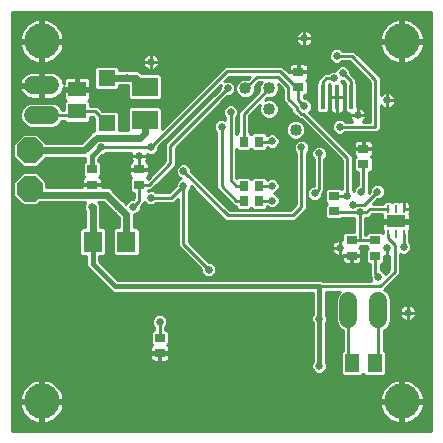
<source format=gbl>
G75*
%MOIN*%
%OFA0B0*%
%FSLAX25Y25*%
%IPPOS*%
%LPD*%
%AMOC8*
5,1,8,0,0,1.08239X$1,22.5*
%
%ADD10R,0.05906X0.05118*%
%ADD11R,0.03543X0.02756*%
%ADD12R,0.05512X0.05512*%
%ADD13R,0.08661X0.06299*%
%ADD14OC8,0.08500*%
%ADD15R,0.06299X0.07098*%
%ADD16R,0.05118X0.05906*%
%ADD17C,0.05906*%
%ADD18C,0.04000*%
%ADD19R,0.01575X0.07874*%
%ADD20R,0.02756X0.03543*%
%ADD21R,0.06299X0.03937*%
%ADD22R,0.00984X0.02559*%
%ADD23C,0.02559*%
%ADD24C,0.00984*%
%ADD25C,0.01772*%
%ADD26C,0.02362*%
%ADD27C,0.11811*%
D10*
X0048303Y0151846D03*
X0048303Y0159327D03*
D11*
X0053224Y0132555D03*
X0053224Y0127437D03*
X0068972Y0127437D03*
X0068972Y0132555D03*
X0075862Y0076453D03*
X0075862Y0071335D03*
X0133933Y0118579D03*
X0133933Y0123697D03*
X0143776Y0134327D03*
X0143776Y0139445D03*
X0122122Y0159917D03*
X0122122Y0165035D03*
X0139839Y0108933D03*
X0139839Y0103815D03*
X0147713Y0103815D03*
X0147713Y0108933D03*
D12*
X0058146Y0148106D03*
X0058146Y0163067D03*
D13*
X0070941Y0160114D03*
X0070941Y0149091D03*
D14*
X0032555Y0138854D03*
X0032555Y0126059D03*
D15*
X0053531Y0108343D03*
X0064728Y0108343D03*
D16*
X0140035Y0067988D03*
X0147516Y0067988D03*
D17*
X0148776Y0082752D02*
X0148776Y0088657D01*
X0138776Y0088657D02*
X0138776Y0082752D01*
X0039445Y0150587D02*
X0033539Y0150587D01*
X0033539Y0160587D02*
X0039445Y0160587D01*
D18*
X0104406Y0159524D03*
X0112280Y0159524D03*
X0112280Y0152634D03*
X0121138Y0145744D03*
D19*
X0130193Y0156571D03*
X0134917Y0156571D03*
X0139642Y0156571D03*
D20*
X0108933Y0141807D03*
X0103815Y0141807D03*
X0103815Y0127043D03*
X0103815Y0122122D03*
X0108933Y0122122D03*
X0108933Y0127043D03*
D21*
X0154602Y0115232D03*
D22*
X0154602Y0111098D03*
X0157161Y0111098D03*
X0152043Y0111098D03*
X0152043Y0119366D03*
X0154602Y0119366D03*
X0157161Y0119366D03*
D23*
X0148402Y0125075D03*
X0143087Y0125075D03*
X0138461Y0123697D03*
X0140236Y0120740D03*
X0142496Y0118181D03*
X0135902Y0106374D03*
X0148697Y0096531D03*
X0151650Y0106374D03*
X0157222Y0106707D03*
X0158539Y0084720D03*
X0129012Y0082752D03*
X0129012Y0067004D03*
X0092236Y0099126D03*
X0075862Y0081768D03*
X0067004Y0120154D03*
X0062083Y0120154D03*
X0053224Y0120154D03*
X0056177Y0139839D03*
X0068972Y0136886D03*
X0072909Y0139839D03*
X0083736Y0131965D03*
X0083736Y0127043D03*
X0072909Y0123106D03*
X0096531Y0146728D03*
X0099484Y0151650D03*
X0098500Y0159524D03*
X0113264Y0141965D03*
X0123106Y0139839D03*
X0129012Y0137870D03*
X0135902Y0146728D03*
X0141807Y0150665D03*
X0151650Y0155587D03*
X0136886Y0164642D03*
X0133925Y0162870D03*
X0134917Y0170350D03*
X0124091Y0176256D03*
X0124091Y0153618D03*
X0113264Y0127043D03*
X0113264Y0122122D03*
X0127535Y0124583D03*
X0072909Y0168382D03*
X0065035Y0163067D03*
D24*
X0026650Y0045350D02*
X0166413Y0045350D01*
X0026650Y0045350D01*
X0026650Y0185114D01*
X0166413Y0185114D01*
X0166413Y0045350D01*
X0166413Y0046333D02*
X0026650Y0046333D01*
X0026650Y0047316D02*
X0166413Y0047316D01*
X0166413Y0048299D02*
X0159258Y0048299D01*
X0158954Y0048173D02*
X0159850Y0048544D01*
X0160690Y0049029D01*
X0161459Y0049619D01*
X0162145Y0050305D01*
X0162735Y0051074D01*
X0163220Y0051914D01*
X0163591Y0052810D01*
X0163842Y0053747D01*
X0163968Y0054701D01*
X0157063Y0054701D01*
X0157063Y0055685D01*
X0163968Y0055685D01*
X0163842Y0056639D01*
X0163591Y0057576D01*
X0163220Y0058472D01*
X0162735Y0059312D01*
X0162145Y0060081D01*
X0161459Y0060767D01*
X0160690Y0061357D01*
X0159850Y0061842D01*
X0158954Y0062213D01*
X0158017Y0062464D01*
X0157063Y0062590D01*
X0157063Y0055685D01*
X0156079Y0055685D01*
X0156079Y0062590D01*
X0155125Y0062464D01*
X0154188Y0062213D01*
X0153292Y0061842D01*
X0152452Y0061357D01*
X0151683Y0060767D01*
X0150997Y0060081D01*
X0150407Y0059312D01*
X0149922Y0058472D01*
X0149551Y0057576D01*
X0149300Y0056639D01*
X0149174Y0055685D01*
X0156079Y0055685D01*
X0156079Y0054701D01*
X0157063Y0054701D01*
X0157063Y0047796D01*
X0158017Y0047922D01*
X0158954Y0048173D01*
X0157063Y0048299D02*
X0156079Y0048299D01*
X0156079Y0047796D02*
X0156079Y0054701D01*
X0149174Y0054701D01*
X0149300Y0053747D01*
X0149551Y0052810D01*
X0149922Y0051914D01*
X0150407Y0051074D01*
X0150997Y0050305D01*
X0151683Y0049619D01*
X0152452Y0049029D01*
X0153292Y0048544D01*
X0154188Y0048173D01*
X0155125Y0047922D01*
X0156079Y0047796D01*
X0156079Y0049281D02*
X0157063Y0049281D01*
X0157063Y0050264D02*
X0156079Y0050264D01*
X0156079Y0051247D02*
X0157063Y0051247D01*
X0157063Y0052230D02*
X0156079Y0052230D01*
X0156079Y0053212D02*
X0157063Y0053212D01*
X0157063Y0054195D02*
X0156079Y0054195D01*
X0156079Y0055178D02*
X0036984Y0055178D01*
X0036984Y0054701D02*
X0036984Y0055685D01*
X0036000Y0055685D01*
X0036000Y0054701D01*
X0029095Y0054701D01*
X0029221Y0053747D01*
X0029472Y0052810D01*
X0029843Y0051914D01*
X0030328Y0051074D01*
X0030918Y0050305D01*
X0031604Y0049619D01*
X0032373Y0049029D01*
X0033213Y0048544D01*
X0034109Y0048173D01*
X0035046Y0047922D01*
X0036000Y0047796D01*
X0036000Y0054701D01*
X0036984Y0054701D01*
X0036984Y0047796D01*
X0037938Y0047922D01*
X0038875Y0048173D01*
X0039771Y0048544D01*
X0040611Y0049029D01*
X0041380Y0049619D01*
X0042066Y0050305D01*
X0042656Y0051074D01*
X0043141Y0051914D01*
X0043512Y0052810D01*
X0043763Y0053747D01*
X0043889Y0054701D01*
X0036984Y0054701D01*
X0036984Y0054195D02*
X0036000Y0054195D01*
X0036000Y0053212D02*
X0036984Y0053212D01*
X0036984Y0052230D02*
X0036000Y0052230D01*
X0036000Y0051247D02*
X0036984Y0051247D01*
X0036984Y0050264D02*
X0036000Y0050264D01*
X0036000Y0049281D02*
X0036984Y0049281D01*
X0036984Y0048299D02*
X0036000Y0048299D01*
X0033805Y0048299D02*
X0026650Y0048299D01*
X0026650Y0049281D02*
X0032044Y0049281D01*
X0030959Y0050264D02*
X0026650Y0050264D01*
X0026650Y0051247D02*
X0030228Y0051247D01*
X0029712Y0052230D02*
X0026650Y0052230D01*
X0026650Y0053212D02*
X0029364Y0053212D01*
X0029162Y0054195D02*
X0026650Y0054195D01*
X0026650Y0055178D02*
X0036000Y0055178D01*
X0036000Y0055685D02*
X0029095Y0055685D01*
X0029221Y0056639D01*
X0029472Y0057576D01*
X0029843Y0058472D01*
X0030328Y0059312D01*
X0030918Y0060081D01*
X0031604Y0060767D01*
X0032373Y0061357D01*
X0033213Y0061842D01*
X0034109Y0062213D01*
X0035046Y0062464D01*
X0036000Y0062590D01*
X0036000Y0055685D01*
X0036000Y0056161D02*
X0036984Y0056161D01*
X0036984Y0055685D02*
X0036984Y0062590D01*
X0037938Y0062464D01*
X0038875Y0062213D01*
X0039771Y0061842D01*
X0040611Y0061357D01*
X0041380Y0060767D01*
X0042066Y0060081D01*
X0042656Y0059312D01*
X0043141Y0058472D01*
X0043512Y0057576D01*
X0043763Y0056639D01*
X0043889Y0055685D01*
X0036984Y0055685D01*
X0036984Y0057144D02*
X0036000Y0057144D01*
X0036000Y0058126D02*
X0036984Y0058126D01*
X0036984Y0059109D02*
X0036000Y0059109D01*
X0036000Y0060092D02*
X0036984Y0060092D01*
X0036984Y0061075D02*
X0036000Y0061075D01*
X0036000Y0062057D02*
X0036984Y0062057D01*
X0039251Y0062057D02*
X0153812Y0062057D01*
X0152084Y0061075D02*
X0040979Y0061075D01*
X0042055Y0060092D02*
X0151008Y0060092D01*
X0150290Y0059109D02*
X0042773Y0059109D01*
X0043284Y0058126D02*
X0149779Y0058126D01*
X0149435Y0057144D02*
X0043628Y0057144D01*
X0043826Y0056161D02*
X0149237Y0056161D01*
X0149241Y0054195D02*
X0043822Y0054195D01*
X0043620Y0053212D02*
X0149443Y0053212D01*
X0149791Y0052230D02*
X0043272Y0052230D01*
X0042756Y0051247D02*
X0150307Y0051247D01*
X0151038Y0050264D02*
X0042025Y0050264D01*
X0040940Y0049281D02*
X0152123Y0049281D01*
X0153884Y0048299D02*
X0039179Y0048299D01*
X0030929Y0060092D02*
X0026650Y0060092D01*
X0026650Y0061075D02*
X0032005Y0061075D01*
X0033733Y0062057D02*
X0026650Y0062057D01*
X0026650Y0063040D02*
X0166413Y0063040D01*
X0166413Y0062057D02*
X0159330Y0062057D01*
X0161058Y0061075D02*
X0166413Y0061075D01*
X0166413Y0060092D02*
X0162134Y0060092D01*
X0162852Y0059109D02*
X0166413Y0059109D01*
X0166413Y0058126D02*
X0163363Y0058126D01*
X0163707Y0057144D02*
X0166413Y0057144D01*
X0166413Y0056161D02*
X0163905Y0056161D01*
X0163901Y0054195D02*
X0166413Y0054195D01*
X0166413Y0053212D02*
X0163699Y0053212D01*
X0163351Y0052230D02*
X0166413Y0052230D01*
X0166413Y0051247D02*
X0162835Y0051247D01*
X0162104Y0050264D02*
X0166413Y0050264D01*
X0166413Y0049281D02*
X0161019Y0049281D01*
X0157063Y0055178D02*
X0166413Y0055178D01*
X0166413Y0064023D02*
X0150872Y0064023D01*
X0150605Y0063756D02*
X0151354Y0064505D01*
X0151354Y0071471D01*
X0150605Y0072220D01*
X0150547Y0072220D01*
X0150547Y0078905D01*
X0151173Y0079164D01*
X0152364Y0080355D01*
X0153008Y0081910D01*
X0153008Y0089499D01*
X0152364Y0091055D01*
X0151173Y0092245D01*
X0150722Y0092432D01*
X0155980Y0097690D01*
X0155980Y0104452D01*
X0156713Y0104148D01*
X0157731Y0104148D01*
X0158672Y0104538D01*
X0159391Y0105258D01*
X0159781Y0106198D01*
X0159781Y0107216D01*
X0159391Y0108157D01*
X0158994Y0108555D01*
X0158994Y0111772D01*
X0158933Y0111832D01*
X0158933Y0112335D01*
X0158946Y0112348D01*
X0159142Y0112688D01*
X0159244Y0113067D01*
X0159244Y0114740D01*
X0155095Y0114740D01*
X0155095Y0115724D01*
X0159244Y0115724D01*
X0159244Y0117397D01*
X0159142Y0117777D01*
X0159124Y0117809D01*
X0159146Y0117890D01*
X0159146Y0119366D01*
X0157162Y0119366D01*
X0157162Y0119366D01*
X0159146Y0119366D01*
X0159146Y0120842D01*
X0159044Y0121222D01*
X0158848Y0121562D01*
X0158570Y0121840D01*
X0158229Y0122036D01*
X0157850Y0122138D01*
X0157161Y0122138D01*
X0156473Y0122138D01*
X0156093Y0122036D01*
X0155753Y0121840D01*
X0155732Y0121818D01*
X0155624Y0121925D01*
X0153580Y0121925D01*
X0153323Y0121668D01*
X0153065Y0121925D01*
X0151021Y0121925D01*
X0150272Y0121176D01*
X0150272Y0121138D01*
X0146970Y0121138D01*
X0148348Y0122516D01*
X0148911Y0122516D01*
X0149851Y0122905D01*
X0150571Y0123625D01*
X0150961Y0124566D01*
X0150961Y0125584D01*
X0150571Y0126524D01*
X0149851Y0127244D01*
X0148911Y0127634D01*
X0147893Y0127634D01*
X0146952Y0127244D01*
X0146232Y0126524D01*
X0145843Y0125584D01*
X0145843Y0125021D01*
X0145646Y0124824D01*
X0145646Y0125584D01*
X0145547Y0125821D01*
X0145547Y0131669D01*
X0146077Y0131669D01*
X0146827Y0132419D01*
X0146827Y0136235D01*
X0146289Y0136772D01*
X0146463Y0136873D01*
X0146741Y0137151D01*
X0146938Y0137491D01*
X0147039Y0137870D01*
X0147039Y0139248D01*
X0143973Y0139248D01*
X0143973Y0139642D01*
X0147039Y0139642D01*
X0147039Y0141019D01*
X0146938Y0141399D01*
X0146741Y0141739D01*
X0146463Y0142017D01*
X0146123Y0142213D01*
X0145744Y0142315D01*
X0143972Y0142315D01*
X0143972Y0139642D01*
X0143579Y0139642D01*
X0143579Y0142315D01*
X0141807Y0142315D01*
X0141428Y0142213D01*
X0141088Y0142017D01*
X0140810Y0141739D01*
X0140613Y0141399D01*
X0140512Y0141019D01*
X0140512Y0139642D01*
X0143579Y0139642D01*
X0143579Y0139248D01*
X0140512Y0139248D01*
X0140512Y0137870D01*
X0140613Y0137491D01*
X0140810Y0137151D01*
X0141088Y0136873D01*
X0141262Y0136772D01*
X0140724Y0136235D01*
X0140724Y0132419D01*
X0141474Y0131669D01*
X0142004Y0131669D01*
X0142004Y0127396D01*
X0141637Y0127244D01*
X0140917Y0126524D01*
X0140528Y0125584D01*
X0140528Y0125249D01*
X0140232Y0125544D01*
X0140232Y0137029D01*
X0139194Y0138067D01*
X0125676Y0151585D01*
X0126260Y0152169D01*
X0126650Y0153109D01*
X0126650Y0154127D01*
X0126260Y0155068D01*
X0125540Y0155788D01*
X0124600Y0156177D01*
X0124037Y0156177D01*
X0123894Y0156320D01*
X0123894Y0157260D01*
X0124424Y0157260D01*
X0125173Y0158009D01*
X0125173Y0161825D01*
X0124636Y0162363D01*
X0124810Y0162463D01*
X0125088Y0162741D01*
X0125284Y0163082D01*
X0125386Y0163461D01*
X0125386Y0164839D01*
X0122319Y0164839D01*
X0122319Y0165232D01*
X0125386Y0165232D01*
X0125386Y0166610D01*
X0125284Y0166989D01*
X0125088Y0167330D01*
X0124810Y0167607D01*
X0124470Y0167804D01*
X0124090Y0167905D01*
X0122319Y0167905D01*
X0122319Y0165232D01*
X0121925Y0165232D01*
X0121925Y0164839D01*
X0118865Y0164839D01*
X0117738Y0165966D01*
X0116700Y0167004D01*
X0097569Y0167004D01*
X0096531Y0165966D01*
X0076551Y0145986D01*
X0076551Y0152770D01*
X0075802Y0153520D01*
X0066080Y0153520D01*
X0065331Y0152770D01*
X0065331Y0145547D01*
X0062181Y0145547D01*
X0062181Y0151392D01*
X0061432Y0152142D01*
X0056616Y0152142D01*
X0055139Y0153618D01*
X0052535Y0153618D01*
X0052535Y0154936D01*
X0051998Y0155473D01*
X0052172Y0155574D01*
X0052450Y0155852D01*
X0052646Y0156192D01*
X0052748Y0156571D01*
X0052748Y0158835D01*
X0048795Y0158835D01*
X0048795Y0159819D01*
X0047811Y0159819D01*
X0047811Y0163378D01*
X0045154Y0163378D01*
X0044774Y0163276D01*
X0044434Y0163080D01*
X0044156Y0162802D01*
X0043960Y0162462D01*
X0043858Y0162082D01*
X0043858Y0161135D01*
X0043780Y0161627D01*
X0043564Y0162293D01*
X0043246Y0162916D01*
X0042835Y0163482D01*
X0042341Y0163977D01*
X0041774Y0164388D01*
X0041151Y0164706D01*
X0040486Y0164922D01*
X0039795Y0165031D01*
X0036984Y0165031D01*
X0036984Y0161079D01*
X0036000Y0161079D01*
X0036000Y0165031D01*
X0033190Y0165031D01*
X0032499Y0164922D01*
X0031833Y0164706D01*
X0031210Y0164388D01*
X0030644Y0163977D01*
X0030149Y0163482D01*
X0029738Y0162916D01*
X0029420Y0162293D01*
X0029204Y0161627D01*
X0029117Y0161079D01*
X0036000Y0161079D01*
X0036000Y0160094D01*
X0036984Y0160094D01*
X0036984Y0156142D01*
X0039795Y0156142D01*
X0040486Y0156251D01*
X0041151Y0156467D01*
X0041774Y0156785D01*
X0042341Y0157196D01*
X0042835Y0157691D01*
X0043246Y0158257D01*
X0043564Y0158880D01*
X0043780Y0159546D01*
X0043858Y0160038D01*
X0043858Y0159819D01*
X0047811Y0159819D01*
X0047811Y0158835D01*
X0043858Y0158835D01*
X0043858Y0156571D01*
X0043960Y0156192D01*
X0044156Y0155852D01*
X0044434Y0155574D01*
X0044608Y0155473D01*
X0044071Y0154936D01*
X0044071Y0152358D01*
X0043292Y0152358D01*
X0043033Y0152984D01*
X0041842Y0154175D01*
X0040287Y0154819D01*
X0032698Y0154819D01*
X0031142Y0154175D01*
X0029951Y0152984D01*
X0029307Y0151428D01*
X0029307Y0149745D01*
X0029951Y0148189D01*
X0031142Y0146999D01*
X0032698Y0146354D01*
X0040287Y0146354D01*
X0041842Y0146999D01*
X0043033Y0148189D01*
X0043292Y0148815D01*
X0044071Y0148815D01*
X0044071Y0148757D01*
X0044820Y0148008D01*
X0051786Y0148008D01*
X0052535Y0148757D01*
X0052535Y0150075D01*
X0053672Y0150075D01*
X0054110Y0149636D01*
X0054110Y0145451D01*
X0053438Y0145173D01*
X0052746Y0144480D01*
X0049580Y0141315D01*
X0037914Y0141315D01*
X0034846Y0144384D01*
X0030265Y0144384D01*
X0027026Y0141145D01*
X0027026Y0136564D01*
X0030265Y0133325D01*
X0034846Y0133325D01*
X0037914Y0136394D01*
X0051059Y0136394D01*
X0051059Y0135213D01*
X0050923Y0135213D01*
X0050173Y0134463D01*
X0050173Y0130647D01*
X0050711Y0130110D01*
X0050537Y0130009D01*
X0050259Y0129731D01*
X0050062Y0129391D01*
X0049961Y0129011D01*
X0049961Y0127634D01*
X0053027Y0127634D01*
X0053027Y0127240D01*
X0049961Y0127240D01*
X0049961Y0126551D01*
X0038085Y0126551D01*
X0038085Y0128349D01*
X0034846Y0131589D01*
X0030265Y0131589D01*
X0027026Y0128349D01*
X0027026Y0123769D01*
X0030265Y0120530D01*
X0034846Y0120530D01*
X0035946Y0121630D01*
X0051082Y0121630D01*
X0051055Y0121603D01*
X0050665Y0120663D01*
X0050665Y0119645D01*
X0051055Y0118704D01*
X0051071Y0118688D01*
X0051071Y0113171D01*
X0049852Y0113171D01*
X0049102Y0112422D01*
X0049102Y0104263D01*
X0049852Y0103514D01*
X0051366Y0103514D01*
X0051366Y0100249D01*
X0058933Y0092682D01*
X0060202Y0091413D01*
X0126846Y0091413D01*
X0126846Y0084206D01*
X0126842Y0084202D01*
X0126453Y0083261D01*
X0126453Y0082243D01*
X0126842Y0081302D01*
X0126846Y0081298D01*
X0126846Y0068458D01*
X0126842Y0068454D01*
X0126453Y0067513D01*
X0126453Y0066495D01*
X0126842Y0065554D01*
X0127562Y0064834D01*
X0128503Y0064445D01*
X0129521Y0064445D01*
X0130461Y0064834D01*
X0131181Y0065554D01*
X0131571Y0066495D01*
X0131571Y0067513D01*
X0131181Y0068454D01*
X0131177Y0068458D01*
X0131177Y0081298D01*
X0131181Y0081302D01*
X0131571Y0082243D01*
X0131571Y0083261D01*
X0131181Y0084202D01*
X0131177Y0084206D01*
X0131177Y0091807D01*
X0135940Y0091807D01*
X0135188Y0091055D01*
X0134543Y0089499D01*
X0134543Y0081910D01*
X0135188Y0080355D01*
X0136378Y0079164D01*
X0137004Y0078905D01*
X0137004Y0072220D01*
X0136946Y0072220D01*
X0136197Y0071471D01*
X0136197Y0064505D01*
X0136946Y0063756D01*
X0143124Y0063756D01*
X0143776Y0064407D01*
X0144427Y0063756D01*
X0150605Y0063756D01*
X0151354Y0065006D02*
X0166413Y0065006D01*
X0166413Y0065988D02*
X0151354Y0065988D01*
X0151354Y0066971D02*
X0166413Y0066971D01*
X0166413Y0067954D02*
X0151354Y0067954D01*
X0151354Y0068937D02*
X0166413Y0068937D01*
X0166413Y0069919D02*
X0151354Y0069919D01*
X0151354Y0070902D02*
X0166413Y0070902D01*
X0166413Y0071885D02*
X0150940Y0071885D01*
X0150547Y0072868D02*
X0166413Y0072868D01*
X0166413Y0073851D02*
X0150547Y0073851D01*
X0150547Y0074833D02*
X0166413Y0074833D01*
X0166413Y0075816D02*
X0150547Y0075816D01*
X0150547Y0076799D02*
X0166413Y0076799D01*
X0166413Y0077782D02*
X0150547Y0077782D01*
X0150547Y0078764D02*
X0166413Y0078764D01*
X0166413Y0079747D02*
X0151756Y0079747D01*
X0152519Y0080730D02*
X0166413Y0080730D01*
X0166413Y0081713D02*
X0152926Y0081713D01*
X0153008Y0082695D02*
X0156645Y0082695D01*
X0156773Y0082568D02*
X0157226Y0082264D01*
X0157731Y0082055D01*
X0158266Y0081949D01*
X0158539Y0081949D01*
X0158539Y0084720D01*
X0158539Y0084720D01*
X0155768Y0084720D01*
X0155768Y0084447D01*
X0155874Y0083912D01*
X0156083Y0083408D01*
X0156386Y0082954D01*
X0156773Y0082568D01*
X0155971Y0083678D02*
X0153008Y0083678D01*
X0153008Y0084661D02*
X0155768Y0084661D01*
X0155768Y0084721D02*
X0158539Y0084721D01*
X0158539Y0087492D01*
X0158266Y0087492D01*
X0157731Y0087386D01*
X0157226Y0087177D01*
X0156773Y0086873D01*
X0156386Y0086487D01*
X0156083Y0086033D01*
X0155874Y0085529D01*
X0155768Y0084993D01*
X0155768Y0084721D01*
X0155922Y0085644D02*
X0153008Y0085644D01*
X0153008Y0086626D02*
X0156526Y0086626D01*
X0158539Y0086626D02*
X0158539Y0086626D01*
X0158539Y0087492D02*
X0158812Y0087492D01*
X0159348Y0087386D01*
X0159852Y0087177D01*
X0160306Y0086873D01*
X0160692Y0086487D01*
X0160996Y0086033D01*
X0161205Y0085529D01*
X0161311Y0084993D01*
X0161311Y0084721D01*
X0158539Y0084721D01*
X0158539Y0084721D01*
X0158539Y0084720D01*
X0158539Y0081949D01*
X0158812Y0081949D01*
X0159348Y0082055D01*
X0159852Y0082264D01*
X0160306Y0082568D01*
X0160692Y0082954D01*
X0160996Y0083408D01*
X0161205Y0083912D01*
X0161311Y0084447D01*
X0161311Y0084720D01*
X0158539Y0084720D01*
X0158539Y0084721D01*
X0158539Y0087492D01*
X0158539Y0085644D02*
X0158539Y0085644D01*
X0158539Y0084661D02*
X0158539Y0084661D01*
X0158539Y0083678D02*
X0158539Y0083678D01*
X0158539Y0082695D02*
X0158539Y0082695D01*
X0160434Y0082695D02*
X0166413Y0082695D01*
X0166413Y0083678D02*
X0161108Y0083678D01*
X0161311Y0084661D02*
X0166413Y0084661D01*
X0166413Y0085644D02*
X0161157Y0085644D01*
X0160553Y0086626D02*
X0166413Y0086626D01*
X0166413Y0087609D02*
X0153008Y0087609D01*
X0153008Y0088592D02*
X0166413Y0088592D01*
X0166413Y0089575D02*
X0152977Y0089575D01*
X0152570Y0090558D02*
X0166413Y0090558D01*
X0166413Y0091540D02*
X0151878Y0091540D01*
X0150813Y0092523D02*
X0166413Y0092523D01*
X0166413Y0093506D02*
X0151796Y0093506D01*
X0152778Y0094489D02*
X0166413Y0094489D01*
X0166413Y0095471D02*
X0153761Y0095471D01*
X0154744Y0096454D02*
X0166413Y0096454D01*
X0166413Y0097437D02*
X0155727Y0097437D01*
X0155980Y0098420D02*
X0166413Y0098420D01*
X0166413Y0099402D02*
X0155980Y0099402D01*
X0155980Y0100385D02*
X0166413Y0100385D01*
X0166413Y0101368D02*
X0155980Y0101368D01*
X0155980Y0102351D02*
X0166413Y0102351D01*
X0166413Y0103333D02*
X0155980Y0103333D01*
X0155980Y0104316D02*
X0156307Y0104316D01*
X0158137Y0104316D02*
X0166413Y0104316D01*
X0166413Y0105299D02*
X0159409Y0105299D01*
X0159781Y0106282D02*
X0166413Y0106282D01*
X0166413Y0107264D02*
X0159761Y0107264D01*
X0159301Y0108247D02*
X0166413Y0108247D01*
X0166413Y0109230D02*
X0158994Y0109230D01*
X0158994Y0110213D02*
X0166413Y0110213D01*
X0166413Y0111196D02*
X0158994Y0111196D01*
X0158933Y0112178D02*
X0166413Y0112178D01*
X0166413Y0113161D02*
X0159244Y0113161D01*
X0159244Y0114144D02*
X0166413Y0114144D01*
X0166413Y0115127D02*
X0155095Y0115127D01*
X0154110Y0115127D02*
X0144268Y0115127D01*
X0144268Y0116109D02*
X0149961Y0116109D01*
X0149961Y0115724D02*
X0154110Y0115724D01*
X0154110Y0114740D01*
X0149961Y0114740D01*
X0149961Y0113067D01*
X0150062Y0112688D01*
X0150259Y0112348D01*
X0150272Y0112335D01*
X0150272Y0111333D01*
X0150014Y0111591D01*
X0145411Y0111591D01*
X0144661Y0110841D01*
X0144661Y0110705D01*
X0144268Y0110705D01*
X0144268Y0116334D01*
X0144343Y0116409D01*
X0145490Y0116409D01*
X0146675Y0117594D01*
X0150013Y0117594D01*
X0149961Y0117397D01*
X0149961Y0115724D01*
X0149961Y0117092D02*
X0146172Y0117092D01*
X0144756Y0118181D02*
X0145941Y0119366D01*
X0152043Y0119366D01*
X0149935Y0122989D02*
X0166413Y0122989D01*
X0166413Y0123971D02*
X0150714Y0123971D01*
X0150961Y0124954D02*
X0166413Y0124954D01*
X0166413Y0125937D02*
X0150814Y0125937D01*
X0150176Y0126920D02*
X0166413Y0126920D01*
X0166413Y0127903D02*
X0145547Y0127903D01*
X0145547Y0128885D02*
X0166413Y0128885D01*
X0166413Y0129868D02*
X0145547Y0129868D01*
X0145547Y0130851D02*
X0166413Y0130851D01*
X0166413Y0131834D02*
X0146242Y0131834D01*
X0146827Y0132816D02*
X0166413Y0132816D01*
X0166413Y0133799D02*
X0146827Y0133799D01*
X0146827Y0134782D02*
X0166413Y0134782D01*
X0166413Y0135765D02*
X0146827Y0135765D01*
X0146314Y0136747D02*
X0166413Y0136747D01*
X0166413Y0137730D02*
X0147002Y0137730D01*
X0147039Y0138713D02*
X0166413Y0138713D01*
X0166413Y0139696D02*
X0147039Y0139696D01*
X0147039Y0140678D02*
X0166413Y0140678D01*
X0166413Y0141661D02*
X0146786Y0141661D01*
X0143972Y0141661D02*
X0143579Y0141661D01*
X0143579Y0140678D02*
X0143972Y0140678D01*
X0143972Y0139696D02*
X0143579Y0139696D01*
X0140512Y0139696D02*
X0137566Y0139696D01*
X0136583Y0140678D02*
X0140512Y0140678D01*
X0140765Y0141661D02*
X0135600Y0141661D01*
X0134617Y0142644D02*
X0166413Y0142644D01*
X0166413Y0143627D02*
X0133635Y0143627D01*
X0134452Y0144559D02*
X0133732Y0145279D01*
X0133343Y0146219D01*
X0133343Y0147237D01*
X0133732Y0148178D01*
X0134452Y0148898D01*
X0135393Y0149287D01*
X0136411Y0149287D01*
X0137351Y0148898D01*
X0137749Y0148500D01*
X0140059Y0148500D01*
X0140040Y0148512D01*
X0139654Y0148899D01*
X0139351Y0149352D01*
X0139142Y0149857D01*
X0139035Y0150392D01*
X0139035Y0150665D01*
X0141807Y0150665D01*
X0141807Y0150665D01*
X0141807Y0150665D01*
X0144579Y0150665D01*
X0144579Y0150392D01*
X0144472Y0149857D01*
X0144263Y0149352D01*
X0143960Y0148899D01*
X0143574Y0148512D01*
X0143555Y0148500D01*
X0145941Y0148500D01*
X0145941Y0161743D01*
X0139105Y0168579D01*
X0136765Y0168579D01*
X0136367Y0168181D01*
X0135426Y0167791D01*
X0134408Y0167791D01*
X0133468Y0168181D01*
X0132748Y0168901D01*
X0132358Y0169841D01*
X0132358Y0170859D01*
X0132748Y0171800D01*
X0133468Y0172520D01*
X0134408Y0172909D01*
X0135426Y0172909D01*
X0136367Y0172520D01*
X0136765Y0172122D01*
X0140572Y0172122D01*
X0149484Y0163210D01*
X0149484Y0157335D01*
X0149497Y0157353D01*
X0149883Y0157739D01*
X0150337Y0158043D01*
X0150841Y0158252D01*
X0151377Y0158358D01*
X0151650Y0158358D01*
X0151650Y0155587D01*
X0154421Y0155587D01*
X0154421Y0155860D01*
X0154315Y0156395D01*
X0154106Y0156899D01*
X0153802Y0157353D01*
X0153416Y0157739D01*
X0152962Y0158043D01*
X0152458Y0158252D01*
X0151923Y0158358D01*
X0151650Y0158358D01*
X0151650Y0155587D01*
X0151650Y0155587D01*
X0151650Y0155587D01*
X0154421Y0155587D01*
X0154421Y0155314D01*
X0154315Y0154778D01*
X0154106Y0154274D01*
X0153802Y0153820D01*
X0153416Y0153434D01*
X0152962Y0153130D01*
X0152458Y0152921D01*
X0151923Y0152815D01*
X0151650Y0152815D01*
X0151650Y0155586D01*
X0151650Y0155586D01*
X0151650Y0152815D01*
X0151377Y0152815D01*
X0150841Y0152921D01*
X0150337Y0153130D01*
X0149883Y0153434D01*
X0149497Y0153820D01*
X0149484Y0153838D01*
X0149484Y0145995D01*
X0148446Y0144957D01*
X0137749Y0144957D01*
X0137351Y0144559D01*
X0136411Y0144169D01*
X0135393Y0144169D01*
X0134452Y0144559D01*
X0134401Y0144609D02*
X0132652Y0144609D01*
X0133602Y0145592D02*
X0131669Y0145592D01*
X0130686Y0146575D02*
X0133343Y0146575D01*
X0133475Y0147558D02*
X0129704Y0147558D01*
X0128721Y0148541D02*
X0134095Y0148541D01*
X0135902Y0146728D02*
X0147713Y0146728D01*
X0147713Y0162476D01*
X0139839Y0170350D01*
X0134917Y0170350D01*
X0133075Y0172127D02*
X0043197Y0172127D01*
X0043141Y0171993D02*
X0043512Y0172889D01*
X0043763Y0173825D01*
X0043889Y0174780D01*
X0036984Y0174780D01*
X0036984Y0175764D01*
X0036000Y0175764D01*
X0036000Y0182668D01*
X0035046Y0182543D01*
X0034109Y0182292D01*
X0033213Y0181921D01*
X0032373Y0181436D01*
X0031604Y0180845D01*
X0030918Y0180160D01*
X0030328Y0179390D01*
X0029843Y0178551D01*
X0029472Y0177655D01*
X0029221Y0176718D01*
X0029095Y0175764D01*
X0036000Y0175764D01*
X0036000Y0174780D01*
X0029095Y0174780D01*
X0029221Y0173825D01*
X0029472Y0172889D01*
X0029843Y0171993D01*
X0030328Y0171153D01*
X0030918Y0170384D01*
X0031604Y0169698D01*
X0032373Y0169108D01*
X0033213Y0168623D01*
X0034109Y0168252D01*
X0035046Y0168001D01*
X0036000Y0167875D01*
X0036000Y0174779D01*
X0036984Y0174779D01*
X0036984Y0167875D01*
X0037938Y0168001D01*
X0038875Y0168252D01*
X0039771Y0168623D01*
X0040611Y0169108D01*
X0041380Y0169698D01*
X0042066Y0170384D01*
X0042656Y0171153D01*
X0043141Y0171993D01*
X0042649Y0171144D02*
X0072589Y0171144D01*
X0072636Y0171154D02*
X0072101Y0171047D01*
X0071597Y0170838D01*
X0071143Y0170535D01*
X0070757Y0170149D01*
X0070453Y0169695D01*
X0070244Y0169190D01*
X0070138Y0168655D01*
X0070138Y0168382D01*
X0072909Y0168382D01*
X0072909Y0168382D01*
X0070138Y0168382D01*
X0070138Y0168109D01*
X0070244Y0167573D01*
X0070453Y0167069D01*
X0070757Y0166615D01*
X0071143Y0166229D01*
X0071597Y0165926D01*
X0072101Y0165717D01*
X0072636Y0165610D01*
X0072909Y0165610D01*
X0072909Y0168382D01*
X0072909Y0171154D01*
X0072636Y0171154D01*
X0072909Y0171154D02*
X0073182Y0171154D01*
X0073718Y0171047D01*
X0074222Y0170838D01*
X0074676Y0170535D01*
X0075062Y0170149D01*
X0075366Y0169695D01*
X0075575Y0169190D01*
X0075681Y0168655D01*
X0075681Y0168382D01*
X0072910Y0168382D01*
X0072910Y0168382D01*
X0075681Y0168382D01*
X0075681Y0168109D01*
X0075575Y0167573D01*
X0075366Y0167069D01*
X0075062Y0166615D01*
X0074676Y0166229D01*
X0074222Y0165926D01*
X0073718Y0165717D01*
X0073182Y0165610D01*
X0072909Y0165610D01*
X0072909Y0168382D01*
X0072909Y0168382D01*
X0072909Y0168382D01*
X0072909Y0171154D01*
X0072909Y0171144D02*
X0072909Y0171144D01*
X0073230Y0171144D02*
X0132476Y0171144D01*
X0132358Y0170161D02*
X0075050Y0170161D01*
X0075577Y0169179D02*
X0132633Y0169179D01*
X0133453Y0168196D02*
X0075681Y0168196D01*
X0075425Y0167213D02*
X0119089Y0167213D01*
X0119156Y0167330D02*
X0118960Y0166989D01*
X0118858Y0166610D01*
X0118858Y0165232D01*
X0121925Y0165232D01*
X0121925Y0167905D01*
X0120154Y0167905D01*
X0119774Y0167804D01*
X0119434Y0167607D01*
X0119156Y0167330D01*
X0118858Y0166230D02*
X0117474Y0166230D01*
X0118456Y0165248D02*
X0118858Y0165248D01*
X0115966Y0165232D02*
X0098303Y0165232D01*
X0072909Y0139839D01*
X0056177Y0139839D01*
X0058025Y0138067D02*
X0066462Y0138067D01*
X0066307Y0137694D01*
X0066201Y0137159D01*
X0066201Y0136886D01*
X0068972Y0136886D01*
X0068972Y0136886D01*
X0066201Y0136886D01*
X0066201Y0136613D01*
X0066307Y0136077D01*
X0066516Y0135573D01*
X0066674Y0135337D01*
X0066625Y0135323D01*
X0066285Y0135127D01*
X0066007Y0134849D01*
X0065810Y0134509D01*
X0065709Y0134130D01*
X0065709Y0132752D01*
X0068776Y0132752D01*
X0068776Y0134114D01*
X0068972Y0134114D01*
X0068972Y0136886D01*
X0068972Y0136886D01*
X0068973Y0136886D02*
X0071744Y0136886D01*
X0071744Y0137159D01*
X0071659Y0137587D01*
X0072400Y0137280D01*
X0073418Y0137280D01*
X0074359Y0137669D01*
X0075079Y0138389D01*
X0075468Y0139330D01*
X0075468Y0139892D01*
X0096176Y0160599D01*
X0095941Y0160033D01*
X0095941Y0159470D01*
X0078672Y0142201D01*
X0078672Y0142201D01*
X0077634Y0141163D01*
X0077634Y0135257D01*
X0071872Y0129496D01*
X0071486Y0129883D01*
X0071660Y0129983D01*
X0071938Y0130261D01*
X0072135Y0130601D01*
X0072236Y0130981D01*
X0072236Y0132358D01*
X0069169Y0132358D01*
X0069169Y0132752D01*
X0068776Y0132752D01*
X0068776Y0132358D01*
X0065709Y0132358D01*
X0065709Y0130981D01*
X0065810Y0130601D01*
X0066007Y0130261D01*
X0066285Y0129983D01*
X0066459Y0129883D01*
X0065921Y0129345D01*
X0065921Y0125529D01*
X0066671Y0124780D01*
X0067201Y0124780D01*
X0067201Y0122856D01*
X0067057Y0122713D01*
X0066495Y0122713D01*
X0065554Y0122323D01*
X0064834Y0121603D01*
X0064623Y0121093D01*
X0064351Y0121365D01*
X0064252Y0121603D01*
X0063532Y0122323D01*
X0063295Y0122421D01*
X0060232Y0125484D01*
X0059539Y0126177D01*
X0058635Y0126551D01*
X0056488Y0126551D01*
X0056488Y0127240D01*
X0053421Y0127240D01*
X0053421Y0127634D01*
X0056488Y0127634D01*
X0056488Y0129011D01*
X0056386Y0129391D01*
X0056190Y0129731D01*
X0055912Y0130009D01*
X0055738Y0130110D01*
X0056276Y0130647D01*
X0056276Y0134463D01*
X0055526Y0135213D01*
X0055390Y0135213D01*
X0055390Y0135989D01*
X0056680Y0137280D01*
X0056686Y0137280D01*
X0057627Y0137669D01*
X0058025Y0138067D01*
X0057688Y0137730D02*
X0066322Y0137730D01*
X0066201Y0136747D02*
X0056148Y0136747D01*
X0055390Y0135765D02*
X0066437Y0135765D01*
X0065968Y0134782D02*
X0055957Y0134782D01*
X0056276Y0133799D02*
X0065709Y0133799D01*
X0065709Y0132816D02*
X0056276Y0132816D01*
X0056276Y0131834D02*
X0065709Y0131834D01*
X0065743Y0130851D02*
X0056276Y0130851D01*
X0056053Y0129868D02*
X0066444Y0129868D01*
X0065921Y0128885D02*
X0056488Y0128885D01*
X0056488Y0127903D02*
X0065921Y0127903D01*
X0065921Y0126920D02*
X0056488Y0126920D01*
X0059779Y0125937D02*
X0065921Y0125937D01*
X0066496Y0124954D02*
X0060762Y0124954D01*
X0061745Y0123971D02*
X0067201Y0123971D01*
X0067201Y0122989D02*
X0062727Y0122989D01*
X0063849Y0122006D02*
X0065237Y0122006D01*
X0067004Y0120154D02*
X0068972Y0122122D01*
X0068972Y0127437D01*
X0072319Y0127437D01*
X0079406Y0134524D01*
X0079406Y0140429D01*
X0098500Y0159524D01*
X0100326Y0161316D02*
X0101598Y0161316D01*
X0101625Y0161381D02*
X0101126Y0160176D01*
X0101126Y0158871D01*
X0101625Y0157666D01*
X0102548Y0156743D01*
X0103753Y0156244D01*
X0105058Y0156244D01*
X0106263Y0156743D01*
X0107186Y0157666D01*
X0107685Y0158871D01*
X0107685Y0160176D01*
X0107649Y0160262D01*
X0109076Y0161689D01*
X0109807Y0161689D01*
X0109499Y0161381D01*
X0109000Y0160176D01*
X0109000Y0158871D01*
X0109036Y0158785D01*
X0102043Y0151793D01*
X0102043Y0144858D01*
X0101907Y0144858D01*
X0101256Y0144207D01*
X0101256Y0149802D01*
X0101654Y0150200D01*
X0102043Y0151141D01*
X0102043Y0152159D01*
X0101654Y0153099D01*
X0100934Y0153819D01*
X0099993Y0154209D01*
X0098975Y0154209D01*
X0098035Y0153819D01*
X0097315Y0153099D01*
X0096925Y0152159D01*
X0096925Y0151141D01*
X0097315Y0150200D01*
X0097713Y0149802D01*
X0097713Y0149009D01*
X0097041Y0149287D01*
X0096022Y0149287D01*
X0095082Y0148898D01*
X0094362Y0148178D01*
X0093972Y0147237D01*
X0093972Y0146219D01*
X0094362Y0145279D01*
X0094760Y0144881D01*
X0094760Y0126309D01*
X0100719Y0120350D01*
X0101157Y0120350D01*
X0101157Y0119820D01*
X0101907Y0119071D01*
X0105723Y0119071D01*
X0106374Y0119722D01*
X0107025Y0119071D01*
X0110841Y0119071D01*
X0111591Y0119820D01*
X0111591Y0120176D01*
X0111814Y0119953D01*
X0112755Y0119563D01*
X0113773Y0119563D01*
X0114713Y0119953D01*
X0115433Y0120672D01*
X0115823Y0121613D01*
X0115823Y0122631D01*
X0115433Y0123572D01*
X0114713Y0124291D01*
X0114010Y0124583D01*
X0114713Y0124874D01*
X0115433Y0125594D01*
X0115823Y0126534D01*
X0115823Y0127552D01*
X0115433Y0128493D01*
X0114713Y0129213D01*
X0113773Y0129602D01*
X0112755Y0129602D01*
X0111814Y0129213D01*
X0111591Y0128989D01*
X0111591Y0129345D01*
X0110841Y0130094D01*
X0107025Y0130094D01*
X0106374Y0129443D01*
X0105723Y0130094D01*
X0101907Y0130094D01*
X0101407Y0129595D01*
X0101256Y0129746D01*
X0101256Y0139407D01*
X0101907Y0138756D01*
X0105723Y0138756D01*
X0106374Y0139407D01*
X0107025Y0138756D01*
X0110841Y0138756D01*
X0111591Y0139505D01*
X0111591Y0140019D01*
X0111814Y0139795D01*
X0112755Y0139406D01*
X0113773Y0139406D01*
X0114713Y0139795D01*
X0115433Y0140515D01*
X0115823Y0141456D01*
X0115823Y0142474D01*
X0115433Y0143414D01*
X0114713Y0144134D01*
X0113773Y0144524D01*
X0112755Y0144524D01*
X0111814Y0144134D01*
X0111591Y0143910D01*
X0111591Y0144109D01*
X0110841Y0144858D01*
X0107025Y0144858D01*
X0106374Y0144207D01*
X0105723Y0144858D01*
X0105587Y0144858D01*
X0105587Y0150325D01*
X0109320Y0154059D01*
X0109000Y0153286D01*
X0109000Y0151982D01*
X0109499Y0150776D01*
X0110422Y0149854D01*
X0111627Y0149354D01*
X0112932Y0149354D01*
X0114137Y0149854D01*
X0115060Y0150776D01*
X0115559Y0151982D01*
X0115559Y0153286D01*
X0115060Y0154492D01*
X0114137Y0155414D01*
X0112932Y0155913D01*
X0111627Y0155913D01*
X0110855Y0155593D01*
X0111541Y0156280D01*
X0111627Y0156244D01*
X0112932Y0156244D01*
X0114137Y0156743D01*
X0115060Y0157666D01*
X0115559Y0158871D01*
X0115559Y0160176D01*
X0115239Y0160948D01*
X0116906Y0159282D01*
X0116906Y0155345D01*
X0117943Y0154307D01*
X0117943Y0154307D01*
X0119760Y0152491D01*
X0119760Y0151824D01*
X0121259Y0150325D01*
X0122297Y0149287D01*
X0122963Y0149287D01*
X0136689Y0135561D01*
X0136689Y0125900D01*
X0136235Y0126354D01*
X0131631Y0126354D01*
X0130882Y0125605D01*
X0130882Y0121789D01*
X0131533Y0121138D01*
X0130882Y0120487D01*
X0130882Y0116671D01*
X0131631Y0115921D01*
X0136235Y0115921D01*
X0136723Y0116409D01*
X0140649Y0116409D01*
X0140724Y0116334D01*
X0140724Y0111591D01*
X0137537Y0111591D01*
X0136787Y0110841D01*
X0136787Y0109007D01*
X0136710Y0109039D01*
X0136175Y0109146D01*
X0135902Y0109146D01*
X0135902Y0106374D01*
X0135902Y0106374D01*
X0135902Y0103602D01*
X0136175Y0103602D01*
X0136710Y0103709D01*
X0137214Y0103918D01*
X0137355Y0104012D01*
X0139642Y0104012D01*
X0139642Y0103618D01*
X0140035Y0103618D01*
X0140035Y0100945D01*
X0141807Y0100945D01*
X0142186Y0101047D01*
X0142526Y0101243D01*
X0142804Y0101521D01*
X0143001Y0101861D01*
X0143102Y0102241D01*
X0143102Y0103618D01*
X0140036Y0103618D01*
X0140036Y0104012D01*
X0143102Y0104012D01*
X0143102Y0105389D01*
X0143001Y0105769D01*
X0142804Y0106109D01*
X0142526Y0106387D01*
X0142352Y0106488D01*
X0142890Y0107025D01*
X0142890Y0107161D01*
X0144661Y0107161D01*
X0144661Y0107025D01*
X0145313Y0106374D01*
X0144661Y0105723D01*
X0144661Y0101907D01*
X0145411Y0101157D01*
X0145941Y0101157D01*
X0145941Y0096782D01*
X0146138Y0096585D01*
X0146138Y0096022D01*
X0146416Y0095350D01*
X0130302Y0095350D01*
X0129909Y0095744D01*
X0061995Y0095744D01*
X0055697Y0102043D01*
X0055697Y0103514D01*
X0057211Y0103514D01*
X0057961Y0104263D01*
X0057961Y0112422D01*
X0057211Y0113171D01*
X0055992Y0113171D01*
X0055992Y0120336D01*
X0055618Y0121240D01*
X0055492Y0121365D01*
X0055394Y0121603D01*
X0055367Y0121630D01*
X0057126Y0121630D01*
X0059815Y0118942D01*
X0059913Y0118704D01*
X0060633Y0117984D01*
X0060871Y0117886D01*
X0062268Y0116489D01*
X0062268Y0113171D01*
X0061049Y0113171D01*
X0060299Y0112422D01*
X0060299Y0104263D01*
X0061049Y0103514D01*
X0068408Y0103514D01*
X0069157Y0104263D01*
X0069157Y0112422D01*
X0068408Y0113171D01*
X0067189Y0113171D01*
X0067189Y0117594D01*
X0067513Y0117594D01*
X0068454Y0117984D01*
X0069173Y0118704D01*
X0069563Y0119645D01*
X0069563Y0120207D01*
X0070744Y0121388D01*
X0070744Y0121653D01*
X0071460Y0120937D01*
X0072400Y0120547D01*
X0073418Y0120547D01*
X0074359Y0120937D01*
X0074757Y0121335D01*
X0080533Y0121335D01*
X0081965Y0122766D01*
X0081965Y0106892D01*
X0089677Y0099180D01*
X0089677Y0098617D01*
X0090067Y0097676D01*
X0090787Y0096957D01*
X0091727Y0096567D01*
X0092745Y0096567D01*
X0093686Y0096957D01*
X0094406Y0097676D01*
X0094795Y0098617D01*
X0094795Y0099635D01*
X0094406Y0100576D01*
X0093686Y0101295D01*
X0092745Y0101685D01*
X0092183Y0101685D01*
X0085508Y0108360D01*
X0085508Y0125196D01*
X0085906Y0125594D01*
X0086295Y0126534D01*
X0086295Y0126900D01*
X0096728Y0116467D01*
X0097766Y0115429D01*
X0120887Y0115429D01*
X0121925Y0116467D01*
X0124878Y0119420D01*
X0124878Y0137991D01*
X0125276Y0138389D01*
X0125665Y0139330D01*
X0125665Y0140348D01*
X0125276Y0141288D01*
X0124556Y0142008D01*
X0123615Y0142398D01*
X0122597Y0142398D01*
X0121657Y0142008D01*
X0120937Y0141288D01*
X0120547Y0140348D01*
X0120547Y0139330D01*
X0120937Y0138389D01*
X0121335Y0137991D01*
X0121335Y0120887D01*
X0119420Y0118972D01*
X0099234Y0118972D01*
X0086295Y0131911D01*
X0086295Y0132474D01*
X0085906Y0133414D01*
X0085186Y0134134D01*
X0084245Y0134524D01*
X0083227Y0134524D01*
X0082287Y0134134D01*
X0081567Y0133414D01*
X0081177Y0132474D01*
X0081177Y0131456D01*
X0081567Y0130515D01*
X0082287Y0129795D01*
X0082990Y0129504D01*
X0082287Y0129213D01*
X0081567Y0128493D01*
X0081177Y0127552D01*
X0081177Y0126990D01*
X0079065Y0124878D01*
X0074757Y0124878D01*
X0074359Y0125276D01*
X0073418Y0125665D01*
X0072400Y0125665D01*
X0071990Y0125495D01*
X0072024Y0125529D01*
X0072024Y0125665D01*
X0073053Y0125665D01*
X0074091Y0126703D01*
X0080139Y0132752D01*
X0081177Y0133790D01*
X0081177Y0139695D01*
X0098446Y0156965D01*
X0099009Y0156965D01*
X0099950Y0157354D01*
X0100669Y0158074D01*
X0101059Y0159015D01*
X0101059Y0160033D01*
X0100669Y0160973D01*
X0099950Y0161693D01*
X0099009Y0162083D01*
X0097991Y0162083D01*
X0097424Y0161848D01*
X0099037Y0163461D01*
X0105837Y0163461D01*
X0105144Y0162767D01*
X0105058Y0162803D01*
X0103753Y0162803D01*
X0102548Y0162304D01*
X0101625Y0161381D01*
X0101191Y0160334D02*
X0100934Y0160334D01*
X0101059Y0159351D02*
X0101126Y0159351D01*
X0101334Y0158368D02*
X0100791Y0158368D01*
X0099981Y0157385D02*
X0101906Y0157385D01*
X0103370Y0156403D02*
X0097884Y0156403D01*
X0096902Y0155420D02*
X0105670Y0155420D01*
X0105441Y0156403D02*
X0106653Y0156403D01*
X0106905Y0157385D02*
X0107636Y0157385D01*
X0107477Y0158368D02*
X0108619Y0158368D01*
X0109000Y0159351D02*
X0107685Y0159351D01*
X0107721Y0160334D02*
X0109065Y0160334D01*
X0108704Y0161316D02*
X0109472Y0161316D01*
X0108343Y0163461D02*
X0115232Y0163461D01*
X0118677Y0160016D01*
X0118677Y0156079D01*
X0121531Y0153224D01*
X0121531Y0152558D01*
X0123031Y0151059D01*
X0123697Y0151059D01*
X0138461Y0136295D01*
X0138461Y0123697D01*
X0133933Y0123697D01*
X0131214Y0125937D02*
X0130783Y0125937D01*
X0130783Y0125325D02*
X0130783Y0136023D01*
X0131181Y0136420D01*
X0131571Y0137361D01*
X0131571Y0138379D01*
X0131181Y0139320D01*
X0130461Y0140040D01*
X0129521Y0140429D01*
X0128503Y0140429D01*
X0127562Y0140040D01*
X0126842Y0139320D01*
X0126453Y0138379D01*
X0126453Y0137361D01*
X0126842Y0136420D01*
X0127240Y0136023D01*
X0127240Y0127142D01*
X0127026Y0127142D01*
X0126086Y0126752D01*
X0125366Y0126032D01*
X0124976Y0125092D01*
X0124976Y0124074D01*
X0125366Y0123133D01*
X0126086Y0122413D01*
X0127026Y0122024D01*
X0128044Y0122024D01*
X0128985Y0122413D01*
X0129705Y0123133D01*
X0130094Y0124074D01*
X0130094Y0124636D01*
X0130783Y0125325D01*
X0130882Y0124954D02*
X0130412Y0124954D01*
X0130052Y0123971D02*
X0130882Y0123971D01*
X0130882Y0122989D02*
X0129560Y0122989D01*
X0130882Y0122006D02*
X0124878Y0122006D01*
X0124878Y0122989D02*
X0125510Y0122989D01*
X0125019Y0123971D02*
X0124878Y0123971D01*
X0124878Y0124954D02*
X0124976Y0124954D01*
X0124878Y0125937D02*
X0125327Y0125937D01*
X0124878Y0126920D02*
X0126491Y0126920D01*
X0127240Y0127903D02*
X0124878Y0127903D01*
X0124878Y0128885D02*
X0127240Y0128885D01*
X0127240Y0129868D02*
X0124878Y0129868D01*
X0124878Y0130851D02*
X0127240Y0130851D01*
X0127240Y0131834D02*
X0124878Y0131834D01*
X0124878Y0132816D02*
X0127240Y0132816D01*
X0127240Y0133799D02*
X0124878Y0133799D01*
X0124878Y0134782D02*
X0127240Y0134782D01*
X0127240Y0135765D02*
X0124878Y0135765D01*
X0124878Y0136747D02*
X0126707Y0136747D01*
X0126453Y0137730D02*
X0124878Y0137730D01*
X0125410Y0138713D02*
X0126591Y0138713D01*
X0127218Y0139696D02*
X0125665Y0139696D01*
X0125528Y0140678D02*
X0131572Y0140678D01*
X0130805Y0139696D02*
X0132555Y0139696D01*
X0133538Y0138713D02*
X0131433Y0138713D01*
X0131571Y0137730D02*
X0134520Y0137730D01*
X0135503Y0136747D02*
X0131317Y0136747D01*
X0130783Y0135765D02*
X0136486Y0135765D01*
X0136689Y0134782D02*
X0130783Y0134782D01*
X0130783Y0133799D02*
X0136689Y0133799D01*
X0136689Y0132816D02*
X0130783Y0132816D01*
X0130783Y0131834D02*
X0136689Y0131834D01*
X0136689Y0130851D02*
X0130783Y0130851D01*
X0130783Y0129868D02*
X0136689Y0129868D01*
X0136689Y0128885D02*
X0130783Y0128885D01*
X0130783Y0127903D02*
X0136689Y0127903D01*
X0136689Y0126920D02*
X0130783Y0126920D01*
X0129012Y0126059D02*
X0129012Y0137870D01*
X0130589Y0141661D02*
X0124903Y0141661D01*
X0122995Y0142964D02*
X0123918Y0143886D01*
X0124417Y0145092D01*
X0124417Y0146396D01*
X0123918Y0147602D01*
X0122995Y0148524D01*
X0121790Y0149024D01*
X0120485Y0149024D01*
X0119280Y0148524D01*
X0118358Y0147602D01*
X0117858Y0146396D01*
X0117858Y0145092D01*
X0118358Y0143886D01*
X0119280Y0142964D01*
X0120485Y0142465D01*
X0121790Y0142465D01*
X0122995Y0142964D01*
X0122223Y0142644D02*
X0129606Y0142644D01*
X0128624Y0143627D02*
X0123658Y0143627D01*
X0124218Y0144609D02*
X0127641Y0144609D01*
X0126658Y0145592D02*
X0124417Y0145592D01*
X0124343Y0146575D02*
X0125675Y0146575D01*
X0124693Y0147558D02*
X0123936Y0147558D01*
X0123710Y0148541D02*
X0122956Y0148541D01*
X0122061Y0149523D02*
X0113340Y0149523D01*
X0114790Y0150506D02*
X0121078Y0150506D01*
X0120095Y0151489D02*
X0115355Y0151489D01*
X0115559Y0152472D02*
X0119760Y0152472D01*
X0118796Y0153454D02*
X0115489Y0153454D01*
X0115082Y0154437D02*
X0117813Y0154437D01*
X0116906Y0155420D02*
X0114123Y0155420D01*
X0113315Y0156403D02*
X0116906Y0156403D01*
X0116906Y0157385D02*
X0114779Y0157385D01*
X0115351Y0158368D02*
X0116906Y0158368D01*
X0116836Y0159351D02*
X0115559Y0159351D01*
X0115494Y0160334D02*
X0115854Y0160334D01*
X0112280Y0159524D02*
X0103815Y0151059D01*
X0103815Y0141807D01*
X0101658Y0144609D02*
X0101256Y0144609D01*
X0101256Y0145592D02*
X0102043Y0145592D01*
X0102043Y0146575D02*
X0101256Y0146575D01*
X0101256Y0147558D02*
X0102043Y0147558D01*
X0102043Y0148541D02*
X0101256Y0148541D01*
X0101256Y0149523D02*
X0102043Y0149523D01*
X0102043Y0150506D02*
X0101780Y0150506D01*
X0102043Y0151489D02*
X0102043Y0151489D01*
X0101914Y0152472D02*
X0102722Y0152472D01*
X0103705Y0153454D02*
X0101299Y0153454D01*
X0099484Y0151650D02*
X0099484Y0129012D01*
X0101453Y0127043D01*
X0103815Y0127043D01*
X0105949Y0129868D02*
X0106799Y0129868D01*
X0108933Y0127043D02*
X0113264Y0127043D01*
X0115041Y0128885D02*
X0121335Y0128885D01*
X0121335Y0127903D02*
X0115678Y0127903D01*
X0115823Y0126920D02*
X0121335Y0126920D01*
X0121335Y0125937D02*
X0115575Y0125937D01*
X0114794Y0124954D02*
X0121335Y0124954D01*
X0121335Y0123971D02*
X0115033Y0123971D01*
X0115675Y0122989D02*
X0121335Y0122989D01*
X0121335Y0122006D02*
X0115823Y0122006D01*
X0115578Y0121023D02*
X0121335Y0121023D01*
X0120488Y0120040D02*
X0114801Y0120040D01*
X0113264Y0122122D02*
X0108933Y0122122D01*
X0111591Y0120040D02*
X0111726Y0120040D01*
X0119505Y0119058D02*
X0099149Y0119058D01*
X0098166Y0120040D02*
X0101157Y0120040D01*
X0100046Y0121023D02*
X0097183Y0121023D01*
X0096200Y0122006D02*
X0099063Y0122006D01*
X0098081Y0122989D02*
X0095218Y0122989D01*
X0094235Y0123971D02*
X0097098Y0123971D01*
X0096115Y0124954D02*
X0093252Y0124954D01*
X0092269Y0125937D02*
X0095132Y0125937D01*
X0094760Y0126920D02*
X0091287Y0126920D01*
X0090304Y0127903D02*
X0094760Y0127903D01*
X0094760Y0128885D02*
X0089321Y0128885D01*
X0088338Y0129868D02*
X0094760Y0129868D01*
X0094760Y0130851D02*
X0087355Y0130851D01*
X0086373Y0131834D02*
X0094760Y0131834D01*
X0094760Y0132816D02*
X0086153Y0132816D01*
X0085521Y0133799D02*
X0094760Y0133799D01*
X0094760Y0134782D02*
X0081177Y0134782D01*
X0081177Y0135765D02*
X0094760Y0135765D01*
X0094760Y0136747D02*
X0081177Y0136747D01*
X0081177Y0137730D02*
X0094760Y0137730D01*
X0094760Y0138713D02*
X0081177Y0138713D01*
X0081178Y0139696D02*
X0094760Y0139696D01*
X0094760Y0140678D02*
X0082160Y0140678D01*
X0083143Y0141661D02*
X0094760Y0141661D01*
X0094760Y0142644D02*
X0084126Y0142644D01*
X0085109Y0143627D02*
X0094760Y0143627D01*
X0094760Y0144609D02*
X0086091Y0144609D01*
X0087074Y0145592D02*
X0094232Y0145592D01*
X0093972Y0146575D02*
X0088057Y0146575D01*
X0089040Y0147558D02*
X0094105Y0147558D01*
X0094725Y0148541D02*
X0090022Y0148541D01*
X0091005Y0149523D02*
X0097713Y0149523D01*
X0097188Y0150506D02*
X0091988Y0150506D01*
X0092971Y0151489D02*
X0096925Y0151489D01*
X0097055Y0152472D02*
X0093953Y0152472D01*
X0094936Y0153454D02*
X0097670Y0153454D01*
X0095919Y0154437D02*
X0104688Y0154437D01*
X0106750Y0151489D02*
X0109204Y0151489D01*
X0109000Y0152472D02*
X0107733Y0152472D01*
X0108716Y0153454D02*
X0109070Y0153454D01*
X0109769Y0150506D02*
X0105767Y0150506D01*
X0105587Y0149523D02*
X0111219Y0149523D01*
X0111090Y0144609D02*
X0118058Y0144609D01*
X0117858Y0145592D02*
X0105587Y0145592D01*
X0105587Y0146575D02*
X0117932Y0146575D01*
X0118339Y0147558D02*
X0105587Y0147558D01*
X0105587Y0148541D02*
X0119319Y0148541D01*
X0124091Y0153618D02*
X0122122Y0155587D01*
X0122122Y0159917D01*
X0121281Y0159917D01*
X0115966Y0165232D01*
X0121925Y0165248D02*
X0122319Y0165248D01*
X0122122Y0165035D02*
X0128618Y0165035D01*
X0129012Y0165429D01*
X0130263Y0164265D02*
X0125386Y0164265D01*
X0125386Y0165248D02*
X0132977Y0165248D01*
X0133416Y0165429D02*
X0132475Y0165040D01*
X0132077Y0164642D01*
X0130640Y0164642D01*
X0128421Y0162423D01*
X0128421Y0161333D01*
X0128126Y0161038D01*
X0128126Y0152104D01*
X0128876Y0151354D01*
X0131510Y0151354D01*
X0132260Y0152104D01*
X0132260Y0160916D01*
X0132475Y0160701D01*
X0132638Y0160633D01*
X0132638Y0156571D01*
X0134917Y0156571D01*
X0134917Y0156571D01*
X0132638Y0156571D01*
X0132638Y0152437D01*
X0132739Y0152058D01*
X0132936Y0151718D01*
X0133214Y0151440D01*
X0133554Y0151243D01*
X0133933Y0151142D01*
X0134917Y0151142D01*
X0134917Y0156571D01*
X0134917Y0156571D01*
X0137197Y0156571D01*
X0137197Y0160704D01*
X0137095Y0161084D01*
X0136899Y0161424D01*
X0136621Y0161702D01*
X0136290Y0161893D01*
X0136370Y0162086D01*
X0136377Y0162083D01*
X0136939Y0162083D01*
X0137780Y0161243D01*
X0137575Y0161038D01*
X0137575Y0152104D01*
X0138324Y0151354D01*
X0139118Y0151354D01*
X0139035Y0150938D01*
X0139035Y0150665D01*
X0141807Y0150665D01*
X0144579Y0150665D01*
X0144579Y0150938D01*
X0144472Y0151474D01*
X0144263Y0151978D01*
X0143960Y0152432D01*
X0143574Y0152818D01*
X0143120Y0153122D01*
X0142616Y0153330D01*
X0142080Y0153437D01*
X0141807Y0153437D01*
X0141709Y0153437D01*
X0141709Y0161038D01*
X0141413Y0161333D01*
X0141413Y0162620D01*
X0139445Y0164588D01*
X0139445Y0165151D01*
X0139055Y0166091D01*
X0138335Y0166811D01*
X0137395Y0167201D01*
X0136377Y0167201D01*
X0135436Y0166811D01*
X0134716Y0166091D01*
X0134441Y0165426D01*
X0134434Y0165429D01*
X0133416Y0165429D01*
X0134855Y0166230D02*
X0125386Y0166230D01*
X0125155Y0167213D02*
X0140470Y0167213D01*
X0139488Y0168196D02*
X0136382Y0168196D01*
X0138916Y0166230D02*
X0141453Y0166230D01*
X0142436Y0165248D02*
X0139405Y0165248D01*
X0139768Y0164265D02*
X0143419Y0164265D01*
X0144401Y0163282D02*
X0140751Y0163282D01*
X0141413Y0162299D02*
X0145384Y0162299D01*
X0145941Y0161316D02*
X0141430Y0161316D01*
X0141709Y0160334D02*
X0145941Y0160334D01*
X0145941Y0159351D02*
X0141709Y0159351D01*
X0141709Y0158368D02*
X0145941Y0158368D01*
X0145941Y0157385D02*
X0141709Y0157385D01*
X0141709Y0156403D02*
X0145941Y0156403D01*
X0145941Y0155420D02*
X0141709Y0155420D01*
X0141709Y0154437D02*
X0145941Y0154437D01*
X0145941Y0153454D02*
X0141709Y0153454D01*
X0141807Y0153437D02*
X0141807Y0150665D01*
X0141807Y0150665D01*
X0141807Y0153437D01*
X0141807Y0152472D02*
X0141807Y0152472D01*
X0141807Y0151489D02*
X0141807Y0151489D01*
X0143921Y0152472D02*
X0145941Y0152472D01*
X0145941Y0151489D02*
X0144466Y0151489D01*
X0144579Y0150506D02*
X0145941Y0150506D01*
X0145941Y0149523D02*
X0144334Y0149523D01*
X0143602Y0148541D02*
X0145941Y0148541D01*
X0149082Y0145592D02*
X0166413Y0145592D01*
X0166413Y0144609D02*
X0137402Y0144609D01*
X0137708Y0148541D02*
X0140012Y0148541D01*
X0139280Y0149523D02*
X0127738Y0149523D01*
X0126755Y0150506D02*
X0139035Y0150506D01*
X0138190Y0151489D02*
X0136670Y0151489D01*
X0136621Y0151440D02*
X0136899Y0151718D01*
X0137095Y0152058D01*
X0137197Y0152437D01*
X0137197Y0156571D01*
X0134917Y0156571D01*
X0134917Y0156571D01*
X0134917Y0151142D01*
X0135901Y0151142D01*
X0136281Y0151243D01*
X0136621Y0151440D01*
X0137197Y0152472D02*
X0137575Y0152472D01*
X0137575Y0153454D02*
X0137197Y0153454D01*
X0137197Y0154437D02*
X0137575Y0154437D01*
X0137575Y0155420D02*
X0137197Y0155420D01*
X0137197Y0156403D02*
X0137575Y0156403D01*
X0137575Y0157385D02*
X0137197Y0157385D01*
X0137197Y0158368D02*
X0137575Y0158368D01*
X0137575Y0159351D02*
X0137197Y0159351D01*
X0137197Y0160334D02*
X0137575Y0160334D01*
X0137706Y0161316D02*
X0136961Y0161316D01*
X0139642Y0161886D02*
X0136886Y0164642D01*
X0133925Y0162870D02*
X0131374Y0162870D01*
X0130193Y0161689D01*
X0130193Y0156571D01*
X0130193Y0159138D01*
X0132260Y0159351D02*
X0132638Y0159351D01*
X0132638Y0160334D02*
X0132260Y0160334D01*
X0132260Y0158368D02*
X0132638Y0158368D01*
X0132638Y0157385D02*
X0132260Y0157385D01*
X0132260Y0156403D02*
X0132638Y0156403D01*
X0132638Y0155420D02*
X0132260Y0155420D01*
X0132260Y0154437D02*
X0132638Y0154437D01*
X0132638Y0153454D02*
X0132260Y0153454D01*
X0132260Y0152472D02*
X0132638Y0152472D01*
X0133165Y0151489D02*
X0131645Y0151489D01*
X0128741Y0151489D02*
X0125773Y0151489D01*
X0126386Y0152472D02*
X0128126Y0152472D01*
X0128126Y0153454D02*
X0126650Y0153454D01*
X0126521Y0154437D02*
X0128126Y0154437D01*
X0128126Y0155420D02*
X0125908Y0155420D01*
X0123894Y0156403D02*
X0128126Y0156403D01*
X0128126Y0157385D02*
X0124549Y0157385D01*
X0125173Y0158368D02*
X0128126Y0158368D01*
X0128126Y0159351D02*
X0125173Y0159351D01*
X0125173Y0160334D02*
X0128126Y0160334D01*
X0128405Y0161316D02*
X0125173Y0161316D01*
X0124699Y0162299D02*
X0128421Y0162299D01*
X0129280Y0163282D02*
X0125338Y0163282D01*
X0122319Y0166230D02*
X0121925Y0166230D01*
X0121925Y0167213D02*
X0122319Y0167213D01*
X0123818Y0173484D02*
X0124090Y0173484D01*
X0124090Y0176256D01*
X0124090Y0176256D01*
X0121319Y0176256D01*
X0121319Y0176529D01*
X0121425Y0177064D01*
X0121634Y0177569D01*
X0121938Y0178023D01*
X0122324Y0178409D01*
X0122778Y0178712D01*
X0123282Y0178921D01*
X0123818Y0179028D01*
X0124090Y0179028D01*
X0124090Y0176256D01*
X0121319Y0176256D01*
X0121319Y0175983D01*
X0121425Y0175447D01*
X0121634Y0174943D01*
X0121938Y0174489D01*
X0122324Y0174103D01*
X0122778Y0173800D01*
X0123282Y0173591D01*
X0123818Y0173484D01*
X0124091Y0173484D02*
X0124364Y0173484D01*
X0124899Y0173591D01*
X0125403Y0173800D01*
X0125857Y0174103D01*
X0126243Y0174489D01*
X0126547Y0174943D01*
X0126756Y0175447D01*
X0126862Y0175983D01*
X0126862Y0176256D01*
X0126862Y0176529D01*
X0126756Y0177064D01*
X0126547Y0177569D01*
X0126243Y0178023D01*
X0125857Y0178409D01*
X0125403Y0178712D01*
X0124899Y0178921D01*
X0124364Y0179028D01*
X0124091Y0179028D01*
X0124091Y0176256D01*
X0126862Y0176256D01*
X0124091Y0176256D01*
X0124091Y0176256D01*
X0124090Y0176256D01*
X0124091Y0176256D01*
X0124091Y0173484D01*
X0124090Y0174092D02*
X0124091Y0174092D01*
X0124090Y0175075D02*
X0124091Y0175075D01*
X0124090Y0176058D02*
X0124091Y0176058D01*
X0124090Y0177041D02*
X0124091Y0177041D01*
X0124090Y0178023D02*
X0124091Y0178023D01*
X0124090Y0179006D02*
X0124091Y0179006D01*
X0124471Y0179006D02*
X0150185Y0179006D01*
X0150407Y0179390D02*
X0149922Y0178551D01*
X0149551Y0177655D01*
X0149300Y0176718D01*
X0149174Y0175764D01*
X0156079Y0175764D01*
X0156079Y0182668D01*
X0155125Y0182543D01*
X0154188Y0182292D01*
X0153292Y0181921D01*
X0152452Y0181436D01*
X0151683Y0180845D01*
X0150997Y0180160D01*
X0150407Y0179390D01*
X0150866Y0179989D02*
X0042197Y0179989D01*
X0042066Y0180160D02*
X0041380Y0180845D01*
X0040611Y0181436D01*
X0039771Y0181921D01*
X0038875Y0182292D01*
X0037938Y0182543D01*
X0036984Y0182668D01*
X0036984Y0175764D01*
X0043889Y0175764D01*
X0043763Y0176718D01*
X0043512Y0177655D01*
X0043141Y0178551D01*
X0042656Y0179390D01*
X0042066Y0180160D01*
X0041216Y0180972D02*
X0151847Y0180972D01*
X0153374Y0181954D02*
X0039689Y0181954D01*
X0036984Y0181954D02*
X0036000Y0181954D01*
X0036000Y0180972D02*
X0036984Y0180972D01*
X0036984Y0179989D02*
X0036000Y0179989D01*
X0036000Y0179006D02*
X0036984Y0179006D01*
X0036984Y0178023D02*
X0036000Y0178023D01*
X0036000Y0177041D02*
X0036984Y0177041D01*
X0036984Y0176058D02*
X0036000Y0176058D01*
X0036000Y0175075D02*
X0026650Y0175075D01*
X0026650Y0174092D02*
X0029186Y0174092D01*
X0029413Y0173110D02*
X0026650Y0173110D01*
X0026650Y0172127D02*
X0029788Y0172127D01*
X0030335Y0171144D02*
X0026650Y0171144D01*
X0026650Y0170161D02*
X0031141Y0170161D01*
X0032281Y0169179D02*
X0026650Y0169179D01*
X0026650Y0168196D02*
X0034317Y0168196D01*
X0036000Y0168196D02*
X0036984Y0168196D01*
X0036984Y0169179D02*
X0036000Y0169179D01*
X0036000Y0170161D02*
X0036984Y0170161D01*
X0036984Y0171144D02*
X0036000Y0171144D01*
X0036000Y0172127D02*
X0036984Y0172127D01*
X0036984Y0173110D02*
X0036000Y0173110D01*
X0036000Y0174092D02*
X0036984Y0174092D01*
X0036984Y0175075D02*
X0121580Y0175075D01*
X0121319Y0176058D02*
X0043850Y0176058D01*
X0043677Y0177041D02*
X0121421Y0177041D01*
X0121938Y0178023D02*
X0043359Y0178023D01*
X0042878Y0179006D02*
X0123710Y0179006D01*
X0126243Y0178023D02*
X0149704Y0178023D01*
X0149386Y0177041D02*
X0126760Y0177041D01*
X0126862Y0176058D02*
X0149213Y0176058D01*
X0149174Y0174780D02*
X0149300Y0173825D01*
X0149551Y0172889D01*
X0149922Y0171993D01*
X0150407Y0171153D01*
X0150997Y0170384D01*
X0151683Y0169698D01*
X0152452Y0169108D01*
X0153292Y0168623D01*
X0154188Y0168252D01*
X0155125Y0168001D01*
X0156079Y0167875D01*
X0156079Y0174779D01*
X0157063Y0174779D01*
X0157063Y0167875D01*
X0158017Y0168001D01*
X0158954Y0168252D01*
X0159850Y0168623D01*
X0160690Y0169108D01*
X0161459Y0169698D01*
X0162145Y0170384D01*
X0162735Y0171153D01*
X0163220Y0171993D01*
X0163591Y0172889D01*
X0163842Y0173825D01*
X0163968Y0174780D01*
X0157063Y0174780D01*
X0157063Y0175764D01*
X0156079Y0175764D01*
X0156079Y0174780D01*
X0149174Y0174780D01*
X0149265Y0174092D02*
X0125841Y0174092D01*
X0126601Y0175075D02*
X0156079Y0175075D01*
X0156079Y0174092D02*
X0157063Y0174092D01*
X0157063Y0173110D02*
X0156079Y0173110D01*
X0156079Y0172127D02*
X0157063Y0172127D01*
X0157063Y0171144D02*
X0156079Y0171144D01*
X0156079Y0170161D02*
X0157063Y0170161D01*
X0157063Y0169179D02*
X0156079Y0169179D01*
X0156079Y0168196D02*
X0157063Y0168196D01*
X0158746Y0168196D02*
X0166413Y0168196D01*
X0166413Y0169179D02*
X0160782Y0169179D01*
X0161922Y0170161D02*
X0166413Y0170161D01*
X0166413Y0171144D02*
X0162728Y0171144D01*
X0163275Y0172127D02*
X0166413Y0172127D01*
X0166413Y0173110D02*
X0163650Y0173110D01*
X0163877Y0174092D02*
X0166413Y0174092D01*
X0166413Y0175075D02*
X0157063Y0175075D01*
X0157063Y0175764D02*
X0163968Y0175764D01*
X0163842Y0176718D01*
X0163591Y0177655D01*
X0163220Y0178551D01*
X0162735Y0179390D01*
X0162145Y0180160D01*
X0161459Y0180845D01*
X0160690Y0181436D01*
X0159850Y0181921D01*
X0158954Y0182292D01*
X0158017Y0182543D01*
X0157063Y0182668D01*
X0157063Y0175764D01*
X0157063Y0176058D02*
X0156079Y0176058D01*
X0156079Y0177041D02*
X0157063Y0177041D01*
X0157063Y0178023D02*
X0156079Y0178023D01*
X0156079Y0179006D02*
X0157063Y0179006D01*
X0157063Y0179989D02*
X0156079Y0179989D01*
X0156079Y0180972D02*
X0157063Y0180972D01*
X0157063Y0181954D02*
X0156079Y0181954D01*
X0159768Y0181954D02*
X0166413Y0181954D01*
X0166413Y0180972D02*
X0161294Y0180972D01*
X0162276Y0179989D02*
X0166413Y0179989D01*
X0166413Y0179006D02*
X0162957Y0179006D01*
X0163438Y0178023D02*
X0166413Y0178023D01*
X0166413Y0177041D02*
X0163755Y0177041D01*
X0163929Y0176058D02*
X0166413Y0176058D01*
X0166413Y0182937D02*
X0026650Y0182937D01*
X0026650Y0181954D02*
X0033295Y0181954D01*
X0031769Y0180972D02*
X0026650Y0180972D01*
X0026650Y0179989D02*
X0030787Y0179989D01*
X0030106Y0179006D02*
X0026650Y0179006D01*
X0026650Y0178023D02*
X0029625Y0178023D01*
X0029308Y0177041D02*
X0026650Y0177041D01*
X0026650Y0176058D02*
X0029134Y0176058D01*
X0026650Y0183920D02*
X0166413Y0183920D01*
X0166413Y0184903D02*
X0026650Y0184903D01*
X0026650Y0167213D02*
X0070394Y0167213D01*
X0070138Y0168196D02*
X0038667Y0168196D01*
X0040703Y0169179D02*
X0070242Y0169179D01*
X0070769Y0170161D02*
X0041844Y0170161D01*
X0043571Y0173110D02*
X0149492Y0173110D01*
X0149866Y0172127D02*
X0136760Y0172127D01*
X0141550Y0171144D02*
X0150414Y0171144D01*
X0151219Y0170161D02*
X0142533Y0170161D01*
X0143516Y0169179D02*
X0152360Y0169179D01*
X0154396Y0168196D02*
X0144499Y0168196D01*
X0145481Y0167213D02*
X0166413Y0167213D01*
X0166413Y0166230D02*
X0146464Y0166230D01*
X0147447Y0165248D02*
X0166413Y0165248D01*
X0166413Y0164265D02*
X0148430Y0164265D01*
X0149412Y0163282D02*
X0166413Y0163282D01*
X0166413Y0162299D02*
X0149484Y0162299D01*
X0149484Y0161316D02*
X0166413Y0161316D01*
X0166413Y0160334D02*
X0149484Y0160334D01*
X0149484Y0159351D02*
X0166413Y0159351D01*
X0166413Y0158368D02*
X0149484Y0158368D01*
X0149484Y0157385D02*
X0149529Y0157385D01*
X0151650Y0157385D02*
X0151650Y0157385D01*
X0151650Y0156403D02*
X0151650Y0156403D01*
X0151650Y0155420D02*
X0151650Y0155420D01*
X0151650Y0154437D02*
X0151650Y0154437D01*
X0151650Y0153454D02*
X0151650Y0153454D01*
X0153437Y0153454D02*
X0166413Y0153454D01*
X0166413Y0152472D02*
X0149484Y0152472D01*
X0149484Y0153454D02*
X0149862Y0153454D01*
X0149484Y0151489D02*
X0166413Y0151489D01*
X0166413Y0150506D02*
X0149484Y0150506D01*
X0149484Y0149523D02*
X0166413Y0149523D01*
X0166413Y0148541D02*
X0149484Y0148541D01*
X0149484Y0147558D02*
X0166413Y0147558D01*
X0166413Y0146575D02*
X0149484Y0146575D01*
X0154173Y0154437D02*
X0166413Y0154437D01*
X0166413Y0155420D02*
X0154421Y0155420D01*
X0154312Y0156403D02*
X0166413Y0156403D01*
X0166413Y0157385D02*
X0153771Y0157385D01*
X0139642Y0156571D02*
X0139642Y0161886D01*
X0134917Y0156403D02*
X0134917Y0156403D01*
X0134917Y0155420D02*
X0134917Y0155420D01*
X0134917Y0154437D02*
X0134917Y0154437D01*
X0134917Y0153454D02*
X0134917Y0153454D01*
X0134917Y0152472D02*
X0134917Y0152472D01*
X0134917Y0151489D02*
X0134917Y0151489D01*
X0138548Y0138713D02*
X0140512Y0138713D01*
X0140549Y0137730D02*
X0139531Y0137730D01*
X0140232Y0136747D02*
X0141237Y0136747D01*
X0140724Y0135765D02*
X0140232Y0135765D01*
X0140232Y0134782D02*
X0140724Y0134782D01*
X0140724Y0133799D02*
X0140232Y0133799D01*
X0140232Y0132816D02*
X0140724Y0132816D01*
X0140232Y0131834D02*
X0141310Y0131834D01*
X0142004Y0130851D02*
X0140232Y0130851D01*
X0140232Y0129868D02*
X0142004Y0129868D01*
X0142004Y0128885D02*
X0140232Y0128885D01*
X0140232Y0127903D02*
X0142004Y0127903D01*
X0141313Y0126920D02*
X0140232Y0126920D01*
X0140232Y0125937D02*
X0140674Y0125937D01*
X0143087Y0125075D02*
X0143776Y0125764D01*
X0143776Y0134327D01*
X0145547Y0126920D02*
X0146627Y0126920D01*
X0145989Y0125937D02*
X0145547Y0125937D01*
X0145646Y0124954D02*
X0145776Y0124954D01*
X0148402Y0125075D02*
X0144067Y0120740D01*
X0140236Y0120740D01*
X0142496Y0118181D02*
X0134331Y0118181D01*
X0133933Y0118579D01*
X0131443Y0116109D02*
X0121568Y0116109D01*
X0121925Y0116467D02*
X0121925Y0116467D01*
X0122550Y0117092D02*
X0130882Y0117092D01*
X0130882Y0118075D02*
X0123533Y0118075D01*
X0124516Y0119058D02*
X0130882Y0119058D01*
X0130882Y0120040D02*
X0124878Y0120040D01*
X0124878Y0121023D02*
X0131418Y0121023D01*
X0127535Y0124583D02*
X0129012Y0126059D01*
X0123106Y0129012D02*
X0123106Y0139839D01*
X0123106Y0120154D01*
X0120154Y0117201D01*
X0098500Y0117201D01*
X0083736Y0131965D01*
X0081952Y0133799D02*
X0081177Y0133799D01*
X0081319Y0132816D02*
X0080204Y0132816D01*
X0081177Y0131834D02*
X0079221Y0131834D01*
X0078238Y0130851D02*
X0081428Y0130851D01*
X0082214Y0129868D02*
X0077255Y0129868D01*
X0076273Y0128885D02*
X0081959Y0128885D01*
X0081322Y0127903D02*
X0075290Y0127903D01*
X0074307Y0126920D02*
X0081107Y0126920D01*
X0080124Y0125937D02*
X0073324Y0125937D01*
X0074091Y0126703D02*
X0074091Y0126703D01*
X0074681Y0124954D02*
X0079142Y0124954D01*
X0079799Y0123106D02*
X0083736Y0127043D01*
X0083736Y0107626D01*
X0092236Y0099126D01*
X0090306Y0097437D02*
X0060303Y0097437D01*
X0061285Y0096454D02*
X0146138Y0096454D01*
X0145941Y0097437D02*
X0094166Y0097437D01*
X0094714Y0098420D02*
X0145941Y0098420D01*
X0145941Y0099402D02*
X0094795Y0099402D01*
X0094485Y0100385D02*
X0145941Y0100385D01*
X0145201Y0101368D02*
X0142651Y0101368D01*
X0143102Y0102351D02*
X0144661Y0102351D01*
X0144661Y0103333D02*
X0143102Y0103333D01*
X0143102Y0104316D02*
X0144661Y0104316D01*
X0144661Y0105299D02*
X0143102Y0105299D01*
X0142632Y0106282D02*
X0145220Y0106282D01*
X0147713Y0103815D02*
X0147713Y0097516D01*
X0148697Y0096531D01*
X0146366Y0095471D02*
X0130181Y0095471D01*
X0129012Y0093579D02*
X0149363Y0093579D01*
X0154209Y0098424D01*
X0154209Y0107434D01*
X0152043Y0109599D01*
X0152043Y0111098D01*
X0150272Y0112178D02*
X0144268Y0112178D01*
X0144268Y0111196D02*
X0145016Y0111196D01*
X0144268Y0113161D02*
X0149961Y0113161D01*
X0149961Y0114144D02*
X0144268Y0114144D01*
X0140724Y0114144D02*
X0085508Y0114144D01*
X0085508Y0115127D02*
X0140724Y0115127D01*
X0140724Y0116109D02*
X0136423Y0116109D01*
X0137142Y0111196D02*
X0085508Y0111196D01*
X0085508Y0112178D02*
X0140724Y0112178D01*
X0140724Y0113161D02*
X0085508Y0113161D01*
X0085508Y0116109D02*
X0097086Y0116109D01*
X0096103Y0117092D02*
X0085508Y0117092D01*
X0085508Y0118075D02*
X0095120Y0118075D01*
X0094138Y0119058D02*
X0085508Y0119058D01*
X0085508Y0120040D02*
X0093155Y0120040D01*
X0092172Y0121023D02*
X0085508Y0121023D01*
X0085508Y0122006D02*
X0091189Y0122006D01*
X0090207Y0122989D02*
X0085508Y0122989D01*
X0085508Y0123971D02*
X0089224Y0123971D01*
X0088241Y0124954D02*
X0085508Y0124954D01*
X0086048Y0125937D02*
X0087258Y0125937D01*
X0081965Y0122006D02*
X0081204Y0122006D01*
X0081965Y0121023D02*
X0074445Y0121023D01*
X0072909Y0123106D02*
X0079799Y0123106D01*
X0081965Y0120040D02*
X0069563Y0120040D01*
X0069320Y0119058D02*
X0081965Y0119058D01*
X0081965Y0118075D02*
X0068544Y0118075D01*
X0067189Y0117092D02*
X0081965Y0117092D01*
X0081965Y0116109D02*
X0067189Y0116109D01*
X0067189Y0115127D02*
X0081965Y0115127D01*
X0081965Y0114144D02*
X0067189Y0114144D01*
X0068418Y0113161D02*
X0081965Y0113161D01*
X0081965Y0112178D02*
X0069157Y0112178D01*
X0069157Y0111196D02*
X0081965Y0111196D01*
X0081965Y0110213D02*
X0069157Y0110213D01*
X0069157Y0109230D02*
X0081965Y0109230D01*
X0081965Y0108247D02*
X0069157Y0108247D01*
X0069157Y0107264D02*
X0081965Y0107264D01*
X0082575Y0106282D02*
X0069157Y0106282D01*
X0069157Y0105299D02*
X0083558Y0105299D01*
X0084541Y0104316D02*
X0069157Y0104316D01*
X0062268Y0114144D02*
X0055992Y0114144D01*
X0055992Y0115127D02*
X0062268Y0115127D01*
X0062268Y0116109D02*
X0055992Y0116109D01*
X0055992Y0117092D02*
X0061664Y0117092D01*
X0060542Y0118075D02*
X0055992Y0118075D01*
X0055992Y0119058D02*
X0059699Y0119058D01*
X0058716Y0120040D02*
X0055992Y0120040D01*
X0055707Y0121023D02*
X0057733Y0121023D01*
X0050815Y0121023D02*
X0035339Y0121023D01*
X0038085Y0126920D02*
X0049961Y0126920D01*
X0049961Y0127903D02*
X0038085Y0127903D01*
X0037549Y0128885D02*
X0049961Y0128885D01*
X0050396Y0129868D02*
X0036566Y0129868D01*
X0035583Y0130851D02*
X0050173Y0130851D01*
X0050173Y0131834D02*
X0026650Y0131834D01*
X0026650Y0132816D02*
X0050173Y0132816D01*
X0050173Y0133799D02*
X0035320Y0133799D01*
X0036303Y0134782D02*
X0050492Y0134782D01*
X0051059Y0135765D02*
X0037285Y0135765D01*
X0037568Y0141661D02*
X0049927Y0141661D01*
X0050909Y0142644D02*
X0036585Y0142644D01*
X0035603Y0143627D02*
X0051892Y0143627D01*
X0052875Y0144609D02*
X0026650Y0144609D01*
X0026650Y0143627D02*
X0029508Y0143627D01*
X0028525Y0142644D02*
X0026650Y0142644D01*
X0026650Y0141661D02*
X0027542Y0141661D01*
X0027026Y0140678D02*
X0026650Y0140678D01*
X0026650Y0139696D02*
X0027026Y0139696D01*
X0027026Y0138713D02*
X0026650Y0138713D01*
X0026650Y0137730D02*
X0027026Y0137730D01*
X0027026Y0136747D02*
X0026650Y0136747D01*
X0026650Y0135765D02*
X0027825Y0135765D01*
X0028808Y0134782D02*
X0026650Y0134782D01*
X0026650Y0133799D02*
X0029790Y0133799D01*
X0029527Y0130851D02*
X0026650Y0130851D01*
X0026650Y0129868D02*
X0028544Y0129868D01*
X0027561Y0128885D02*
X0026650Y0128885D01*
X0026650Y0127903D02*
X0027026Y0127903D01*
X0027026Y0126920D02*
X0026650Y0126920D01*
X0026650Y0125937D02*
X0027026Y0125937D01*
X0027026Y0124954D02*
X0026650Y0124954D01*
X0026650Y0123971D02*
X0027026Y0123971D01*
X0026650Y0122989D02*
X0027806Y0122989D01*
X0028788Y0122006D02*
X0026650Y0122006D01*
X0026650Y0121023D02*
X0029771Y0121023D01*
X0026650Y0120040D02*
X0050665Y0120040D01*
X0050908Y0119058D02*
X0026650Y0119058D01*
X0026650Y0118075D02*
X0051071Y0118075D01*
X0051071Y0117092D02*
X0026650Y0117092D01*
X0026650Y0116109D02*
X0051071Y0116109D01*
X0051071Y0115127D02*
X0026650Y0115127D01*
X0026650Y0114144D02*
X0051071Y0114144D01*
X0049842Y0113161D02*
X0026650Y0113161D01*
X0026650Y0112178D02*
X0049102Y0112178D01*
X0049102Y0111196D02*
X0026650Y0111196D01*
X0026650Y0110213D02*
X0049102Y0110213D01*
X0049102Y0109230D02*
X0026650Y0109230D01*
X0026650Y0108247D02*
X0049102Y0108247D01*
X0049102Y0107264D02*
X0026650Y0107264D01*
X0026650Y0106282D02*
X0049102Y0106282D01*
X0049102Y0105299D02*
X0026650Y0105299D01*
X0026650Y0104316D02*
X0049102Y0104316D01*
X0051366Y0103333D02*
X0026650Y0103333D01*
X0026650Y0102351D02*
X0051366Y0102351D01*
X0051366Y0101368D02*
X0026650Y0101368D01*
X0026650Y0100385D02*
X0051366Y0100385D01*
X0052213Y0099402D02*
X0026650Y0099402D01*
X0026650Y0098420D02*
X0053195Y0098420D01*
X0054178Y0097437D02*
X0026650Y0097437D01*
X0026650Y0096454D02*
X0055161Y0096454D01*
X0056144Y0095471D02*
X0026650Y0095471D01*
X0026650Y0094489D02*
X0057126Y0094489D01*
X0058109Y0093506D02*
X0026650Y0093506D01*
X0026650Y0092523D02*
X0059092Y0092523D01*
X0060075Y0091540D02*
X0026650Y0091540D01*
X0026650Y0090558D02*
X0126846Y0090558D01*
X0126846Y0089575D02*
X0026650Y0089575D01*
X0026650Y0088592D02*
X0126846Y0088592D01*
X0126846Y0087609D02*
X0026650Y0087609D01*
X0026650Y0086626D02*
X0126846Y0086626D01*
X0126846Y0085644D02*
X0026650Y0085644D01*
X0026650Y0084661D02*
X0126846Y0084661D01*
X0126626Y0083678D02*
X0077571Y0083678D01*
X0077312Y0083937D02*
X0076371Y0084327D01*
X0075353Y0084327D01*
X0074413Y0083937D01*
X0073693Y0083217D01*
X0073303Y0082277D01*
X0073303Y0081259D01*
X0073693Y0080318D01*
X0074091Y0079920D01*
X0074091Y0079110D01*
X0073561Y0079110D01*
X0072811Y0078361D01*
X0072811Y0074545D01*
X0073349Y0074007D01*
X0073174Y0073907D01*
X0072897Y0073629D01*
X0072700Y0073289D01*
X0072598Y0072909D01*
X0072598Y0071531D01*
X0075665Y0071531D01*
X0075665Y0071138D01*
X0072598Y0071138D01*
X0072598Y0069760D01*
X0072700Y0069381D01*
X0072897Y0069041D01*
X0073174Y0068763D01*
X0073515Y0068566D01*
X0073894Y0068465D01*
X0075665Y0068465D01*
X0075665Y0071138D01*
X0076059Y0071138D01*
X0076059Y0071531D01*
X0079126Y0071531D01*
X0079126Y0072909D01*
X0079024Y0073289D01*
X0078828Y0073629D01*
X0078550Y0073907D01*
X0078376Y0074007D01*
X0078913Y0074545D01*
X0078913Y0078361D01*
X0078164Y0079110D01*
X0077634Y0079110D01*
X0077634Y0079920D01*
X0078032Y0080318D01*
X0078421Y0081259D01*
X0078421Y0082277D01*
X0078032Y0083217D01*
X0077312Y0083937D01*
X0078248Y0082695D02*
X0126453Y0082695D01*
X0126672Y0081713D02*
X0078421Y0081713D01*
X0078202Y0080730D02*
X0126846Y0080730D01*
X0126846Y0079747D02*
X0077634Y0079747D01*
X0078510Y0078764D02*
X0126846Y0078764D01*
X0126846Y0077782D02*
X0078913Y0077782D01*
X0078913Y0076799D02*
X0126846Y0076799D01*
X0126846Y0075816D02*
X0078913Y0075816D01*
X0078913Y0074833D02*
X0126846Y0074833D01*
X0126846Y0073851D02*
X0078606Y0073851D01*
X0079126Y0072868D02*
X0126846Y0072868D01*
X0126846Y0071885D02*
X0079126Y0071885D01*
X0079126Y0071138D02*
X0076059Y0071138D01*
X0076059Y0068465D01*
X0077830Y0068465D01*
X0078210Y0068566D01*
X0078550Y0068763D01*
X0078828Y0069041D01*
X0079024Y0069381D01*
X0079126Y0069760D01*
X0079126Y0071138D01*
X0079126Y0070902D02*
X0126846Y0070902D01*
X0126846Y0069919D02*
X0079126Y0069919D01*
X0078724Y0068937D02*
X0126846Y0068937D01*
X0126635Y0067954D02*
X0026650Y0067954D01*
X0026650Y0068937D02*
X0073000Y0068937D01*
X0072598Y0069919D02*
X0026650Y0069919D01*
X0026650Y0070902D02*
X0072598Y0070902D01*
X0072598Y0071885D02*
X0026650Y0071885D01*
X0026650Y0072868D02*
X0072598Y0072868D01*
X0073118Y0073851D02*
X0026650Y0073851D01*
X0026650Y0074833D02*
X0072811Y0074833D01*
X0072811Y0075816D02*
X0026650Y0075816D01*
X0026650Y0076799D02*
X0072811Y0076799D01*
X0072811Y0077782D02*
X0026650Y0077782D01*
X0026650Y0078764D02*
X0073215Y0078764D01*
X0074091Y0079747D02*
X0026650Y0079747D01*
X0026650Y0080730D02*
X0073522Y0080730D01*
X0073303Y0081713D02*
X0026650Y0081713D01*
X0026650Y0082695D02*
X0073477Y0082695D01*
X0074154Y0083678D02*
X0026650Y0083678D01*
X0026650Y0066971D02*
X0126453Y0066971D01*
X0126663Y0065988D02*
X0026650Y0065988D01*
X0026650Y0065006D02*
X0127391Y0065006D01*
X0130633Y0065006D02*
X0136197Y0065006D01*
X0136197Y0065988D02*
X0131361Y0065988D01*
X0131571Y0066971D02*
X0136197Y0066971D01*
X0136197Y0067954D02*
X0131388Y0067954D01*
X0131177Y0068937D02*
X0136197Y0068937D01*
X0136197Y0069919D02*
X0131177Y0069919D01*
X0131177Y0070902D02*
X0136197Y0070902D01*
X0136611Y0071885D02*
X0131177Y0071885D01*
X0131177Y0072868D02*
X0137004Y0072868D01*
X0137004Y0073851D02*
X0131177Y0073851D01*
X0131177Y0074833D02*
X0137004Y0074833D01*
X0137004Y0075816D02*
X0131177Y0075816D01*
X0131177Y0076799D02*
X0137004Y0076799D01*
X0137004Y0077782D02*
X0131177Y0077782D01*
X0131177Y0078764D02*
X0137004Y0078764D01*
X0135795Y0079747D02*
X0131177Y0079747D01*
X0131177Y0080730D02*
X0135032Y0080730D01*
X0134625Y0081713D02*
X0131351Y0081713D01*
X0131571Y0082695D02*
X0134543Y0082695D01*
X0134543Y0083678D02*
X0131398Y0083678D01*
X0131177Y0084661D02*
X0134543Y0084661D01*
X0134543Y0085644D02*
X0131177Y0085644D01*
X0131177Y0086626D02*
X0134543Y0086626D01*
X0134543Y0087609D02*
X0131177Y0087609D01*
X0131177Y0088592D02*
X0134543Y0088592D01*
X0134575Y0089575D02*
X0131177Y0089575D01*
X0131177Y0090558D02*
X0134982Y0090558D01*
X0135673Y0091540D02*
X0131177Y0091540D01*
X0138776Y0085705D02*
X0138776Y0069248D01*
X0140035Y0067988D01*
X0136679Y0064023D02*
X0026650Y0064023D01*
X0026650Y0059109D02*
X0030211Y0059109D01*
X0029700Y0058126D02*
X0026650Y0058126D01*
X0026650Y0057144D02*
X0029356Y0057144D01*
X0029158Y0056161D02*
X0026650Y0056161D01*
X0059320Y0098420D02*
X0089759Y0098420D01*
X0089454Y0099402D02*
X0058337Y0099402D01*
X0057354Y0100385D02*
X0088472Y0100385D01*
X0087489Y0101368D02*
X0056372Y0101368D01*
X0055697Y0102351D02*
X0086506Y0102351D01*
X0085523Y0103333D02*
X0055697Y0103333D01*
X0057961Y0104316D02*
X0060299Y0104316D01*
X0060299Y0105299D02*
X0057961Y0105299D01*
X0057961Y0106282D02*
X0060299Y0106282D01*
X0060299Y0107264D02*
X0057961Y0107264D01*
X0057961Y0108247D02*
X0060299Y0108247D01*
X0060299Y0109230D02*
X0057961Y0109230D01*
X0057961Y0110213D02*
X0060299Y0110213D01*
X0060299Y0111196D02*
X0057961Y0111196D01*
X0057961Y0112178D02*
X0060299Y0112178D01*
X0061039Y0113161D02*
X0057221Y0113161D01*
X0067004Y0120154D02*
X0068972Y0122122D01*
X0070379Y0121023D02*
X0071374Y0121023D01*
X0071501Y0129868D02*
X0072244Y0129868D01*
X0072201Y0130851D02*
X0073227Y0130851D01*
X0074210Y0131834D02*
X0072236Y0131834D01*
X0072236Y0132752D02*
X0072236Y0134130D01*
X0072135Y0134509D01*
X0071938Y0134849D01*
X0071660Y0135127D01*
X0071320Y0135323D01*
X0071271Y0135337D01*
X0071429Y0135573D01*
X0071638Y0136077D01*
X0071744Y0136613D01*
X0071744Y0136886D01*
X0068973Y0136886D01*
X0068973Y0136886D01*
X0068972Y0136886D02*
X0068972Y0134114D01*
X0069169Y0134114D01*
X0069169Y0132752D01*
X0072236Y0132752D01*
X0072236Y0132816D02*
X0075193Y0132816D01*
X0076176Y0133799D02*
X0072236Y0133799D01*
X0071977Y0134782D02*
X0077158Y0134782D01*
X0077634Y0135765D02*
X0071508Y0135765D01*
X0071744Y0136747D02*
X0077634Y0136747D01*
X0077634Y0137730D02*
X0074420Y0137730D01*
X0075213Y0138713D02*
X0077634Y0138713D01*
X0077634Y0139696D02*
X0075468Y0139696D01*
X0076255Y0140678D02*
X0077634Y0140678D01*
X0077238Y0141661D02*
X0078132Y0141661D01*
X0078220Y0142644D02*
X0079115Y0142644D01*
X0079203Y0143627D02*
X0080098Y0143627D01*
X0080186Y0144609D02*
X0081080Y0144609D01*
X0081169Y0145592D02*
X0082063Y0145592D01*
X0082151Y0146575D02*
X0083046Y0146575D01*
X0083134Y0147558D02*
X0084029Y0147558D01*
X0084117Y0148541D02*
X0085011Y0148541D01*
X0085100Y0149523D02*
X0085994Y0149523D01*
X0086082Y0150506D02*
X0086977Y0150506D01*
X0087065Y0151489D02*
X0087960Y0151489D01*
X0088048Y0152472D02*
X0088942Y0152472D01*
X0089031Y0153454D02*
X0089925Y0153454D01*
X0090013Y0154437D02*
X0090908Y0154437D01*
X0090996Y0155420D02*
X0091891Y0155420D01*
X0091979Y0156403D02*
X0092874Y0156403D01*
X0092962Y0157385D02*
X0093856Y0157385D01*
X0093945Y0158368D02*
X0094839Y0158368D01*
X0094927Y0159351D02*
X0095822Y0159351D01*
X0095910Y0160334D02*
X0096066Y0160334D01*
X0097876Y0162299D02*
X0102543Y0162299D01*
X0105658Y0163282D02*
X0098858Y0163282D01*
X0096796Y0166230D02*
X0074678Y0166230D01*
X0072909Y0166230D02*
X0072909Y0166230D01*
X0072909Y0167213D02*
X0072909Y0167213D01*
X0072909Y0168196D02*
X0072909Y0168196D01*
X0072909Y0169179D02*
X0072909Y0169179D01*
X0072909Y0170161D02*
X0072909Y0170161D01*
X0071141Y0166230D02*
X0062181Y0166230D01*
X0062181Y0166353D02*
X0061432Y0167102D01*
X0054860Y0167102D01*
X0054110Y0166353D01*
X0054110Y0159781D01*
X0054860Y0159031D01*
X0061432Y0159031D01*
X0062181Y0159781D01*
X0062181Y0160606D01*
X0064289Y0160606D01*
X0064526Y0160508D01*
X0065331Y0160508D01*
X0065331Y0156435D01*
X0066080Y0155685D01*
X0075802Y0155685D01*
X0076551Y0156435D01*
X0076551Y0163794D01*
X0075802Y0164543D01*
X0069992Y0164543D01*
X0069382Y0165153D01*
X0068478Y0165528D01*
X0065782Y0165528D01*
X0065544Y0165626D01*
X0064526Y0165626D01*
X0064289Y0165528D01*
X0062181Y0165528D01*
X0062181Y0166353D01*
X0062181Y0160334D02*
X0065331Y0160334D01*
X0065331Y0159351D02*
X0061751Y0159351D01*
X0065331Y0158368D02*
X0052748Y0158368D01*
X0052748Y0157385D02*
X0065331Y0157385D01*
X0065363Y0156403D02*
X0052703Y0156403D01*
X0052051Y0155420D02*
X0085985Y0155420D01*
X0085003Y0154437D02*
X0052535Y0154437D01*
X0055303Y0153454D02*
X0066015Y0153454D01*
X0065331Y0152472D02*
X0056286Y0152472D01*
X0054406Y0151846D02*
X0058146Y0148106D01*
X0054110Y0148541D02*
X0052319Y0148541D01*
X0052535Y0149523D02*
X0054110Y0149523D01*
X0054110Y0147558D02*
X0042401Y0147558D01*
X0043178Y0148541D02*
X0044288Y0148541D01*
X0047043Y0150587D02*
X0048303Y0151846D01*
X0054406Y0151846D01*
X0054110Y0146575D02*
X0040820Y0146575D01*
X0036492Y0150587D02*
X0047043Y0150587D01*
X0044071Y0152472D02*
X0043245Y0152472D01*
X0042562Y0153454D02*
X0044071Y0153454D01*
X0044071Y0154437D02*
X0041208Y0154437D01*
X0040952Y0156403D02*
X0043903Y0156403D01*
X0043858Y0157385D02*
X0042530Y0157385D01*
X0043303Y0158368D02*
X0043858Y0158368D01*
X0043717Y0159351D02*
X0047811Y0159351D01*
X0047811Y0160334D02*
X0048795Y0160334D01*
X0048795Y0159819D02*
X0048795Y0163378D01*
X0051452Y0163378D01*
X0051832Y0163276D01*
X0052172Y0163080D01*
X0052450Y0162802D01*
X0052646Y0162462D01*
X0052748Y0162082D01*
X0052748Y0159819D01*
X0048795Y0159819D01*
X0048795Y0159351D02*
X0054540Y0159351D01*
X0054110Y0160334D02*
X0052748Y0160334D01*
X0052748Y0161316D02*
X0054110Y0161316D01*
X0054110Y0162299D02*
X0052690Y0162299D01*
X0051810Y0163282D02*
X0054110Y0163282D01*
X0054110Y0164265D02*
X0041944Y0164265D01*
X0042981Y0163282D02*
X0044796Y0163282D01*
X0043916Y0162299D02*
X0043561Y0162299D01*
X0043830Y0161316D02*
X0043858Y0161316D01*
X0047811Y0161316D02*
X0048795Y0161316D01*
X0048795Y0162299D02*
X0047811Y0162299D01*
X0047811Y0163282D02*
X0048795Y0163282D01*
X0054110Y0165248D02*
X0026650Y0165248D01*
X0026650Y0166230D02*
X0054110Y0166230D01*
X0043798Y0174092D02*
X0122340Y0174092D01*
X0108343Y0163461D02*
X0104406Y0159524D01*
X0095813Y0165248D02*
X0069154Y0165248D01*
X0076080Y0164265D02*
X0094830Y0164265D01*
X0093847Y0163282D02*
X0076551Y0163282D01*
X0076551Y0162299D02*
X0092865Y0162299D01*
X0091882Y0161316D02*
X0076551Y0161316D01*
X0076551Y0160334D02*
X0090899Y0160334D01*
X0089916Y0159351D02*
X0076551Y0159351D01*
X0076551Y0158368D02*
X0088934Y0158368D01*
X0087951Y0157385D02*
X0076551Y0157385D01*
X0076519Y0156403D02*
X0086968Y0156403D01*
X0084020Y0153454D02*
X0075867Y0153454D01*
X0076551Y0152472D02*
X0083037Y0152472D01*
X0082054Y0151489D02*
X0076551Y0151489D01*
X0076551Y0150506D02*
X0081071Y0150506D01*
X0080089Y0149523D02*
X0076551Y0149523D01*
X0076551Y0148541D02*
X0079106Y0148541D01*
X0078123Y0147558D02*
X0076551Y0147558D01*
X0076551Y0146575D02*
X0077140Y0146575D01*
X0068972Y0136747D02*
X0068972Y0136747D01*
X0068972Y0135765D02*
X0068972Y0135765D01*
X0068972Y0134782D02*
X0068972Y0134782D01*
X0068776Y0133799D02*
X0069169Y0133799D01*
X0069169Y0132816D02*
X0068776Y0132816D01*
X0065331Y0145592D02*
X0062181Y0145592D01*
X0062181Y0146575D02*
X0065331Y0146575D01*
X0065331Y0147558D02*
X0062181Y0147558D01*
X0062181Y0148541D02*
X0065331Y0148541D01*
X0065331Y0149523D02*
X0062181Y0149523D01*
X0062181Y0150506D02*
X0065331Y0150506D01*
X0065331Y0151489D02*
X0062084Y0151489D01*
X0054110Y0145592D02*
X0026650Y0145592D01*
X0026650Y0146575D02*
X0032165Y0146575D01*
X0030583Y0147558D02*
X0026650Y0147558D01*
X0026650Y0148541D02*
X0029806Y0148541D01*
X0029399Y0149523D02*
X0026650Y0149523D01*
X0026650Y0150506D02*
X0029307Y0150506D01*
X0029332Y0151489D02*
X0026650Y0151489D01*
X0026650Y0152472D02*
X0029739Y0152472D01*
X0030422Y0153454D02*
X0026650Y0153454D01*
X0026650Y0154437D02*
X0031776Y0154437D01*
X0032499Y0156251D02*
X0031833Y0156467D01*
X0031210Y0156785D01*
X0030644Y0157196D01*
X0030149Y0157691D01*
X0029738Y0158257D01*
X0029420Y0158880D01*
X0029204Y0159546D01*
X0029117Y0160094D01*
X0036000Y0160094D01*
X0036000Y0156142D01*
X0033190Y0156142D01*
X0032499Y0156251D01*
X0032032Y0156403D02*
X0026650Y0156403D01*
X0026650Y0157385D02*
X0030455Y0157385D01*
X0029681Y0158368D02*
X0026650Y0158368D01*
X0026650Y0159351D02*
X0029267Y0159351D01*
X0029155Y0161316D02*
X0026650Y0161316D01*
X0026650Y0160334D02*
X0036000Y0160334D01*
X0036000Y0161316D02*
X0036984Y0161316D01*
X0036984Y0162299D02*
X0036000Y0162299D01*
X0036000Y0163282D02*
X0036984Y0163282D01*
X0036984Y0164265D02*
X0036000Y0164265D01*
X0036000Y0159351D02*
X0036984Y0159351D01*
X0036984Y0158368D02*
X0036000Y0158368D01*
X0036000Y0157385D02*
X0036984Y0157385D01*
X0036984Y0156403D02*
X0036000Y0156403D01*
X0031040Y0164265D02*
X0026650Y0164265D01*
X0026650Y0163282D02*
X0030004Y0163282D01*
X0029423Y0162299D02*
X0026650Y0162299D01*
X0026650Y0155420D02*
X0044555Y0155420D01*
X0085508Y0110213D02*
X0136787Y0110213D01*
X0136787Y0109230D02*
X0085508Y0109230D01*
X0085620Y0108247D02*
X0133855Y0108247D01*
X0133749Y0108141D02*
X0133445Y0107687D01*
X0133236Y0107182D01*
X0133130Y0106647D01*
X0133130Y0106374D01*
X0133130Y0106101D01*
X0133236Y0105566D01*
X0133445Y0105061D01*
X0133749Y0104607D01*
X0134135Y0104221D01*
X0134589Y0103918D01*
X0135093Y0103709D01*
X0135629Y0103602D01*
X0135902Y0103602D01*
X0135902Y0106374D01*
X0135902Y0106374D01*
X0135902Y0109146D01*
X0135629Y0109146D01*
X0135093Y0109039D01*
X0134589Y0108830D01*
X0134135Y0108527D01*
X0133749Y0108141D01*
X0133270Y0107264D02*
X0086603Y0107264D01*
X0087586Y0106282D02*
X0133130Y0106282D01*
X0133130Y0106374D02*
X0135901Y0106374D01*
X0135901Y0106374D01*
X0133130Y0106374D01*
X0133347Y0105299D02*
X0088569Y0105299D01*
X0089551Y0104316D02*
X0134040Y0104316D01*
X0135902Y0104316D02*
X0135902Y0104316D01*
X0136575Y0103618D02*
X0136575Y0102241D01*
X0136676Y0101861D01*
X0136873Y0101521D01*
X0137151Y0101243D01*
X0137491Y0101047D01*
X0137870Y0100945D01*
X0139642Y0100945D01*
X0139642Y0103618D01*
X0136575Y0103618D01*
X0136575Y0103333D02*
X0090534Y0103333D01*
X0091517Y0102351D02*
X0136575Y0102351D01*
X0137026Y0101368D02*
X0093511Y0101368D01*
X0101453Y0122122D02*
X0096531Y0127043D01*
X0096531Y0146728D01*
X0101256Y0138713D02*
X0120803Y0138713D01*
X0120547Y0139696D02*
X0114473Y0139696D01*
X0115501Y0140678D02*
X0120684Y0140678D01*
X0121310Y0141661D02*
X0115823Y0141661D01*
X0115752Y0142644D02*
X0120052Y0142644D01*
X0118617Y0143627D02*
X0115221Y0143627D01*
X0113264Y0141965D02*
X0113106Y0141807D01*
X0108933Y0141807D01*
X0106776Y0144609D02*
X0105972Y0144609D01*
X0111591Y0139696D02*
X0112054Y0139696D01*
X0111067Y0129868D02*
X0121335Y0129868D01*
X0121335Y0130851D02*
X0101256Y0130851D01*
X0101256Y0131834D02*
X0121335Y0131834D01*
X0121335Y0132816D02*
X0101256Y0132816D01*
X0101256Y0133799D02*
X0121335Y0133799D01*
X0121335Y0134782D02*
X0101256Y0134782D01*
X0101256Y0135765D02*
X0121335Y0135765D01*
X0121335Y0136747D02*
X0101256Y0136747D01*
X0101256Y0137730D02*
X0121335Y0137730D01*
X0136652Y0125937D02*
X0136689Y0125937D01*
X0142496Y0118181D02*
X0142496Y0109228D01*
X0142791Y0108933D01*
X0147713Y0108933D01*
X0142791Y0108933D02*
X0139839Y0108933D01*
X0135902Y0108247D02*
X0135902Y0108247D01*
X0135902Y0107264D02*
X0135902Y0107264D01*
X0135902Y0106282D02*
X0135902Y0106282D01*
X0135902Y0105299D02*
X0135902Y0105299D01*
X0139642Y0103333D02*
X0140035Y0103333D01*
X0140035Y0102351D02*
X0139642Y0102351D01*
X0139642Y0101368D02*
X0140035Y0101368D01*
X0149484Y0101157D02*
X0149484Y0098975D01*
X0150146Y0098701D01*
X0150866Y0097981D01*
X0150982Y0097703D01*
X0152437Y0099158D01*
X0152437Y0103705D01*
X0151923Y0103602D01*
X0151650Y0103602D01*
X0151650Y0106374D01*
X0151650Y0106374D01*
X0151650Y0103602D01*
X0151377Y0103602D01*
X0150841Y0103709D01*
X0150764Y0103741D01*
X0150764Y0101907D01*
X0150014Y0101157D01*
X0149484Y0101157D01*
X0150225Y0101368D02*
X0152437Y0101368D01*
X0152437Y0102351D02*
X0150764Y0102351D01*
X0150764Y0103333D02*
X0152437Y0103333D01*
X0151650Y0104316D02*
X0151650Y0104316D01*
X0151650Y0105299D02*
X0151650Y0105299D01*
X0151650Y0106282D02*
X0151650Y0106282D01*
X0152437Y0100385D02*
X0149484Y0100385D01*
X0149484Y0099402D02*
X0152437Y0099402D01*
X0151699Y0098420D02*
X0150428Y0098420D01*
X0157222Y0106707D02*
X0157222Y0111038D01*
X0157161Y0111098D01*
X0159244Y0116109D02*
X0166413Y0116109D01*
X0166413Y0117092D02*
X0159244Y0117092D01*
X0159146Y0118075D02*
X0166413Y0118075D01*
X0166413Y0119058D02*
X0159146Y0119058D01*
X0159146Y0120040D02*
X0166413Y0120040D01*
X0166413Y0121023D02*
X0159097Y0121023D01*
X0158282Y0122006D02*
X0166413Y0122006D01*
X0157161Y0122006D02*
X0157161Y0122006D01*
X0157161Y0122138D02*
X0157161Y0119366D01*
X0157161Y0119366D01*
X0157161Y0122138D01*
X0157161Y0121023D02*
X0157161Y0121023D01*
X0157161Y0120040D02*
X0157161Y0120040D01*
X0156041Y0122006D02*
X0147838Y0122006D01*
X0144756Y0118181D02*
X0142496Y0118181D01*
X0148776Y0085705D02*
X0148776Y0069248D01*
X0147516Y0067988D01*
X0144160Y0064023D02*
X0143391Y0064023D01*
X0156079Y0062057D02*
X0157063Y0062057D01*
X0157063Y0061075D02*
X0156079Y0061075D01*
X0156079Y0060092D02*
X0157063Y0060092D01*
X0157063Y0059109D02*
X0156079Y0059109D01*
X0156079Y0058126D02*
X0157063Y0058126D01*
X0157063Y0057144D02*
X0156079Y0057144D01*
X0156079Y0056161D02*
X0157063Y0056161D01*
X0103815Y0122122D02*
X0101453Y0122122D01*
X0101256Y0129868D02*
X0101681Y0129868D01*
X0075862Y0081768D02*
X0075862Y0076453D01*
X0075665Y0070902D02*
X0076059Y0070902D01*
X0076059Y0069919D02*
X0075665Y0069919D01*
X0075665Y0068937D02*
X0076059Y0068937D01*
D25*
X0061098Y0093579D02*
X0129012Y0093579D01*
X0129012Y0082752D01*
X0129012Y0067004D01*
X0061098Y0093579D02*
X0053531Y0101146D01*
X0053531Y0108343D01*
X0053531Y0119846D02*
X0053224Y0120154D01*
X0053224Y0132555D02*
X0053224Y0136886D01*
X0056177Y0139839D01*
D26*
X0054832Y0143087D02*
X0069268Y0143087D01*
X0070941Y0144760D01*
X0070941Y0149091D01*
X0070941Y0160114D02*
X0067988Y0163067D01*
X0065035Y0163067D01*
X0058146Y0163067D01*
X0054832Y0143087D02*
X0050599Y0138854D01*
X0032555Y0138854D01*
X0032555Y0126059D02*
X0034524Y0124091D01*
X0058146Y0124091D01*
X0062083Y0120154D01*
X0064728Y0117508D01*
X0064728Y0108343D01*
X0053531Y0108343D02*
X0053531Y0119846D01*
X0053531Y0117508D02*
X0053531Y0108343D01*
D27*
X0036492Y0055193D03*
X0036492Y0175272D03*
X0156571Y0175272D03*
X0156571Y0055193D03*
M02*

</source>
